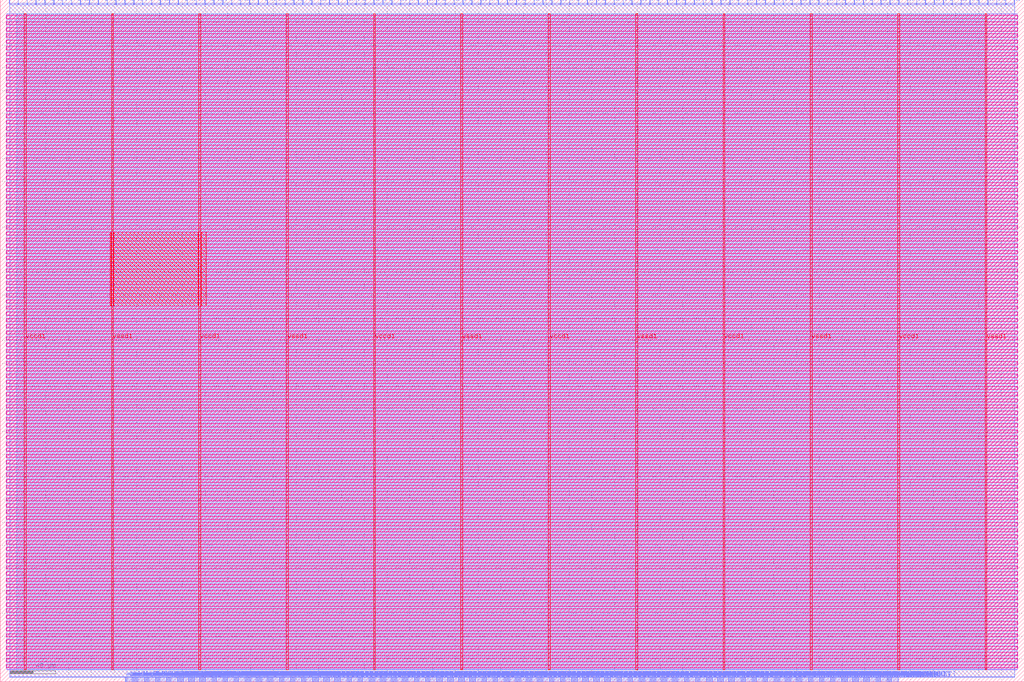
<source format=lef>
VERSION 5.7 ;
  NOWIREEXTENSIONATPIN ON ;
  DIVIDERCHAR "/" ;
  BUSBITCHARS "[]" ;
MACRO user_proj_example
  CLASS BLOCK ;
  FOREIGN user_proj_example ;
  ORIGIN 0.000 0.000 ;
  SIZE 900.000 BY 600.000 ;
  PIN io_in[0]
    DIRECTION INPUT ;
    USE SIGNAL ;
    PORT
      LAYER met2 ;
        RECT 7.910 596.000 8.190 600.000 ;
    END
  END io_in[0]
  PIN io_in[10]
    DIRECTION INPUT ;
    USE SIGNAL ;
    PORT
      LAYER met2 ;
        RECT 242.510 596.000 242.790 600.000 ;
    END
  END io_in[10]
  PIN io_in[11]
    DIRECTION INPUT ;
    USE SIGNAL ;
    PORT
      LAYER met2 ;
        RECT 265.970 596.000 266.250 600.000 ;
    END
  END io_in[11]
  PIN io_in[12]
    DIRECTION INPUT ;
    USE SIGNAL ;
    PORT
      LAYER met2 ;
        RECT 289.430 596.000 289.710 600.000 ;
    END
  END io_in[12]
  PIN io_in[13]
    DIRECTION INPUT ;
    USE SIGNAL ;
    PORT
      LAYER met2 ;
        RECT 312.890 596.000 313.170 600.000 ;
    END
  END io_in[13]
  PIN io_in[14]
    DIRECTION INPUT ;
    USE SIGNAL ;
    PORT
      LAYER met2 ;
        RECT 336.350 596.000 336.630 600.000 ;
    END
  END io_in[14]
  PIN io_in[15]
    DIRECTION INPUT ;
    USE SIGNAL ;
    PORT
      LAYER met2 ;
        RECT 359.810 596.000 360.090 600.000 ;
    END
  END io_in[15]
  PIN io_in[16]
    DIRECTION INPUT ;
    USE SIGNAL ;
    PORT
      LAYER met2 ;
        RECT 383.270 596.000 383.550 600.000 ;
    END
  END io_in[16]
  PIN io_in[17]
    DIRECTION INPUT ;
    USE SIGNAL ;
    PORT
      LAYER met2 ;
        RECT 406.730 596.000 407.010 600.000 ;
    END
  END io_in[17]
  PIN io_in[18]
    DIRECTION INPUT ;
    USE SIGNAL ;
    PORT
      LAYER met2 ;
        RECT 430.190 596.000 430.470 600.000 ;
    END
  END io_in[18]
  PIN io_in[19]
    DIRECTION INPUT ;
    USE SIGNAL ;
    PORT
      LAYER met2 ;
        RECT 453.650 596.000 453.930 600.000 ;
    END
  END io_in[19]
  PIN io_in[1]
    DIRECTION INPUT ;
    USE SIGNAL ;
    PORT
      LAYER met2 ;
        RECT 31.370 596.000 31.650 600.000 ;
    END
  END io_in[1]
  PIN io_in[20]
    DIRECTION INPUT ;
    USE SIGNAL ;
    PORT
      LAYER met2 ;
        RECT 477.110 596.000 477.390 600.000 ;
    END
  END io_in[20]
  PIN io_in[21]
    DIRECTION INPUT ;
    USE SIGNAL ;
    PORT
      LAYER met2 ;
        RECT 500.570 596.000 500.850 600.000 ;
    END
  END io_in[21]
  PIN io_in[22]
    DIRECTION INPUT ;
    USE SIGNAL ;
    PORT
      LAYER met2 ;
        RECT 524.030 596.000 524.310 600.000 ;
    END
  END io_in[22]
  PIN io_in[23]
    DIRECTION INPUT ;
    USE SIGNAL ;
    PORT
      LAYER met2 ;
        RECT 547.490 596.000 547.770 600.000 ;
    END
  END io_in[23]
  PIN io_in[24]
    DIRECTION INPUT ;
    USE SIGNAL ;
    PORT
      LAYER met2 ;
        RECT 570.950 596.000 571.230 600.000 ;
    END
  END io_in[24]
  PIN io_in[25]
    DIRECTION INPUT ;
    USE SIGNAL ;
    PORT
      LAYER met2 ;
        RECT 594.410 596.000 594.690 600.000 ;
    END
  END io_in[25]
  PIN io_in[26]
    DIRECTION INPUT ;
    USE SIGNAL ;
    PORT
      LAYER met2 ;
        RECT 617.870 596.000 618.150 600.000 ;
    END
  END io_in[26]
  PIN io_in[27]
    DIRECTION INPUT ;
    USE SIGNAL ;
    PORT
      LAYER met2 ;
        RECT 641.330 596.000 641.610 600.000 ;
    END
  END io_in[27]
  PIN io_in[28]
    DIRECTION INPUT ;
    USE SIGNAL ;
    PORT
      LAYER met2 ;
        RECT 664.790 596.000 665.070 600.000 ;
    END
  END io_in[28]
  PIN io_in[29]
    DIRECTION INPUT ;
    USE SIGNAL ;
    PORT
      LAYER met2 ;
        RECT 688.250 596.000 688.530 600.000 ;
    END
  END io_in[29]
  PIN io_in[2]
    DIRECTION INPUT ;
    USE SIGNAL ;
    PORT
      LAYER met2 ;
        RECT 54.830 596.000 55.110 600.000 ;
    END
  END io_in[2]
  PIN io_in[30]
    DIRECTION INPUT ;
    USE SIGNAL ;
    PORT
      LAYER met2 ;
        RECT 711.710 596.000 711.990 600.000 ;
    END
  END io_in[30]
  PIN io_in[31]
    DIRECTION INPUT ;
    USE SIGNAL ;
    PORT
      LAYER met2 ;
        RECT 735.170 596.000 735.450 600.000 ;
    END
  END io_in[31]
  PIN io_in[32]
    DIRECTION INPUT ;
    USE SIGNAL ;
    PORT
      LAYER met2 ;
        RECT 758.630 596.000 758.910 600.000 ;
    END
  END io_in[32]
  PIN io_in[33]
    DIRECTION INPUT ;
    USE SIGNAL ;
    PORT
      LAYER met2 ;
        RECT 782.090 596.000 782.370 600.000 ;
    END
  END io_in[33]
  PIN io_in[34]
    DIRECTION INPUT ;
    USE SIGNAL ;
    PORT
      LAYER met2 ;
        RECT 805.550 596.000 805.830 600.000 ;
    END
  END io_in[34]
  PIN io_in[35]
    DIRECTION INPUT ;
    USE SIGNAL ;
    PORT
      LAYER met2 ;
        RECT 829.010 596.000 829.290 600.000 ;
    END
  END io_in[35]
  PIN io_in[36]
    DIRECTION INPUT ;
    USE SIGNAL ;
    PORT
      LAYER met2 ;
        RECT 852.470 596.000 852.750 600.000 ;
    END
  END io_in[36]
  PIN io_in[37]
    DIRECTION INPUT ;
    USE SIGNAL ;
    PORT
      LAYER met2 ;
        RECT 875.930 596.000 876.210 600.000 ;
    END
  END io_in[37]
  PIN io_in[3]
    DIRECTION INPUT ;
    USE SIGNAL ;
    PORT
      LAYER met2 ;
        RECT 78.290 596.000 78.570 600.000 ;
    END
  END io_in[3]
  PIN io_in[4]
    DIRECTION INPUT ;
    USE SIGNAL ;
    PORT
      LAYER met2 ;
        RECT 101.750 596.000 102.030 600.000 ;
    END
  END io_in[4]
  PIN io_in[5]
    DIRECTION INPUT ;
    USE SIGNAL ;
    PORT
      LAYER met2 ;
        RECT 125.210 596.000 125.490 600.000 ;
    END
  END io_in[5]
  PIN io_in[6]
    DIRECTION INPUT ;
    USE SIGNAL ;
    PORT
      LAYER met2 ;
        RECT 148.670 596.000 148.950 600.000 ;
    END
  END io_in[6]
  PIN io_in[7]
    DIRECTION INPUT ;
    USE SIGNAL ;
    PORT
      LAYER met2 ;
        RECT 172.130 596.000 172.410 600.000 ;
    END
  END io_in[7]
  PIN io_in[8]
    DIRECTION INPUT ;
    USE SIGNAL ;
    PORT
      LAYER met2 ;
        RECT 195.590 596.000 195.870 600.000 ;
    END
  END io_in[8]
  PIN io_in[9]
    DIRECTION INPUT ;
    USE SIGNAL ;
    PORT
      LAYER met2 ;
        RECT 219.050 596.000 219.330 600.000 ;
    END
  END io_in[9]
  PIN io_oeb[0]
    DIRECTION OUTPUT TRISTATE ;
    USE SIGNAL ;
    PORT
      LAYER met2 ;
        RECT 15.730 596.000 16.010 600.000 ;
    END
  END io_oeb[0]
  PIN io_oeb[10]
    DIRECTION OUTPUT TRISTATE ;
    USE SIGNAL ;
    PORT
      LAYER met2 ;
        RECT 250.330 596.000 250.610 600.000 ;
    END
  END io_oeb[10]
  PIN io_oeb[11]
    DIRECTION OUTPUT TRISTATE ;
    USE SIGNAL ;
    PORT
      LAYER met2 ;
        RECT 273.790 596.000 274.070 600.000 ;
    END
  END io_oeb[11]
  PIN io_oeb[12]
    DIRECTION OUTPUT TRISTATE ;
    USE SIGNAL ;
    PORT
      LAYER met2 ;
        RECT 297.250 596.000 297.530 600.000 ;
    END
  END io_oeb[12]
  PIN io_oeb[13]
    DIRECTION OUTPUT TRISTATE ;
    USE SIGNAL ;
    PORT
      LAYER met2 ;
        RECT 320.710 596.000 320.990 600.000 ;
    END
  END io_oeb[13]
  PIN io_oeb[14]
    DIRECTION OUTPUT TRISTATE ;
    USE SIGNAL ;
    PORT
      LAYER met2 ;
        RECT 344.170 596.000 344.450 600.000 ;
    END
  END io_oeb[14]
  PIN io_oeb[15]
    DIRECTION OUTPUT TRISTATE ;
    USE SIGNAL ;
    PORT
      LAYER met2 ;
        RECT 367.630 596.000 367.910 600.000 ;
    END
  END io_oeb[15]
  PIN io_oeb[16]
    DIRECTION OUTPUT TRISTATE ;
    USE SIGNAL ;
    PORT
      LAYER met2 ;
        RECT 391.090 596.000 391.370 600.000 ;
    END
  END io_oeb[16]
  PIN io_oeb[17]
    DIRECTION OUTPUT TRISTATE ;
    USE SIGNAL ;
    PORT
      LAYER met2 ;
        RECT 414.550 596.000 414.830 600.000 ;
    END
  END io_oeb[17]
  PIN io_oeb[18]
    DIRECTION OUTPUT TRISTATE ;
    USE SIGNAL ;
    PORT
      LAYER met2 ;
        RECT 438.010 596.000 438.290 600.000 ;
    END
  END io_oeb[18]
  PIN io_oeb[19]
    DIRECTION OUTPUT TRISTATE ;
    USE SIGNAL ;
    PORT
      LAYER met2 ;
        RECT 461.470 596.000 461.750 600.000 ;
    END
  END io_oeb[19]
  PIN io_oeb[1]
    DIRECTION OUTPUT TRISTATE ;
    USE SIGNAL ;
    PORT
      LAYER met2 ;
        RECT 39.190 596.000 39.470 600.000 ;
    END
  END io_oeb[1]
  PIN io_oeb[20]
    DIRECTION OUTPUT TRISTATE ;
    USE SIGNAL ;
    PORT
      LAYER met2 ;
        RECT 484.930 596.000 485.210 600.000 ;
    END
  END io_oeb[20]
  PIN io_oeb[21]
    DIRECTION OUTPUT TRISTATE ;
    USE SIGNAL ;
    PORT
      LAYER met2 ;
        RECT 508.390 596.000 508.670 600.000 ;
    END
  END io_oeb[21]
  PIN io_oeb[22]
    DIRECTION OUTPUT TRISTATE ;
    USE SIGNAL ;
    PORT
      LAYER met2 ;
        RECT 531.850 596.000 532.130 600.000 ;
    END
  END io_oeb[22]
  PIN io_oeb[23]
    DIRECTION OUTPUT TRISTATE ;
    USE SIGNAL ;
    PORT
      LAYER met2 ;
        RECT 555.310 596.000 555.590 600.000 ;
    END
  END io_oeb[23]
  PIN io_oeb[24]
    DIRECTION OUTPUT TRISTATE ;
    USE SIGNAL ;
    PORT
      LAYER met2 ;
        RECT 578.770 596.000 579.050 600.000 ;
    END
  END io_oeb[24]
  PIN io_oeb[25]
    DIRECTION OUTPUT TRISTATE ;
    USE SIGNAL ;
    PORT
      LAYER met2 ;
        RECT 602.230 596.000 602.510 600.000 ;
    END
  END io_oeb[25]
  PIN io_oeb[26]
    DIRECTION OUTPUT TRISTATE ;
    USE SIGNAL ;
    PORT
      LAYER met2 ;
        RECT 625.690 596.000 625.970 600.000 ;
    END
  END io_oeb[26]
  PIN io_oeb[27]
    DIRECTION OUTPUT TRISTATE ;
    USE SIGNAL ;
    PORT
      LAYER met2 ;
        RECT 649.150 596.000 649.430 600.000 ;
    END
  END io_oeb[27]
  PIN io_oeb[28]
    DIRECTION OUTPUT TRISTATE ;
    USE SIGNAL ;
    PORT
      LAYER met2 ;
        RECT 672.610 596.000 672.890 600.000 ;
    END
  END io_oeb[28]
  PIN io_oeb[29]
    DIRECTION OUTPUT TRISTATE ;
    USE SIGNAL ;
    PORT
      LAYER met2 ;
        RECT 696.070 596.000 696.350 600.000 ;
    END
  END io_oeb[29]
  PIN io_oeb[2]
    DIRECTION OUTPUT TRISTATE ;
    USE SIGNAL ;
    PORT
      LAYER met2 ;
        RECT 62.650 596.000 62.930 600.000 ;
    END
  END io_oeb[2]
  PIN io_oeb[30]
    DIRECTION OUTPUT TRISTATE ;
    USE SIGNAL ;
    PORT
      LAYER met2 ;
        RECT 719.530 596.000 719.810 600.000 ;
    END
  END io_oeb[30]
  PIN io_oeb[31]
    DIRECTION OUTPUT TRISTATE ;
    USE SIGNAL ;
    PORT
      LAYER met2 ;
        RECT 742.990 596.000 743.270 600.000 ;
    END
  END io_oeb[31]
  PIN io_oeb[32]
    DIRECTION OUTPUT TRISTATE ;
    USE SIGNAL ;
    PORT
      LAYER met2 ;
        RECT 766.450 596.000 766.730 600.000 ;
    END
  END io_oeb[32]
  PIN io_oeb[33]
    DIRECTION OUTPUT TRISTATE ;
    USE SIGNAL ;
    PORT
      LAYER met2 ;
        RECT 789.910 596.000 790.190 600.000 ;
    END
  END io_oeb[33]
  PIN io_oeb[34]
    DIRECTION OUTPUT TRISTATE ;
    USE SIGNAL ;
    PORT
      LAYER met2 ;
        RECT 813.370 596.000 813.650 600.000 ;
    END
  END io_oeb[34]
  PIN io_oeb[35]
    DIRECTION OUTPUT TRISTATE ;
    USE SIGNAL ;
    PORT
      LAYER met2 ;
        RECT 836.830 596.000 837.110 600.000 ;
    END
  END io_oeb[35]
  PIN io_oeb[36]
    DIRECTION OUTPUT TRISTATE ;
    USE SIGNAL ;
    PORT
      LAYER met2 ;
        RECT 860.290 596.000 860.570 600.000 ;
    END
  END io_oeb[36]
  PIN io_oeb[37]
    DIRECTION OUTPUT TRISTATE ;
    USE SIGNAL ;
    PORT
      LAYER met2 ;
        RECT 883.750 596.000 884.030 600.000 ;
    END
  END io_oeb[37]
  PIN io_oeb[3]
    DIRECTION OUTPUT TRISTATE ;
    USE SIGNAL ;
    PORT
      LAYER met2 ;
        RECT 86.110 596.000 86.390 600.000 ;
    END
  END io_oeb[3]
  PIN io_oeb[4]
    DIRECTION OUTPUT TRISTATE ;
    USE SIGNAL ;
    PORT
      LAYER met2 ;
        RECT 109.570 596.000 109.850 600.000 ;
    END
  END io_oeb[4]
  PIN io_oeb[5]
    DIRECTION OUTPUT TRISTATE ;
    USE SIGNAL ;
    PORT
      LAYER met2 ;
        RECT 133.030 596.000 133.310 600.000 ;
    END
  END io_oeb[5]
  PIN io_oeb[6]
    DIRECTION OUTPUT TRISTATE ;
    USE SIGNAL ;
    PORT
      LAYER met2 ;
        RECT 156.490 596.000 156.770 600.000 ;
    END
  END io_oeb[6]
  PIN io_oeb[7]
    DIRECTION OUTPUT TRISTATE ;
    USE SIGNAL ;
    PORT
      LAYER met2 ;
        RECT 179.950 596.000 180.230 600.000 ;
    END
  END io_oeb[7]
  PIN io_oeb[8]
    DIRECTION OUTPUT TRISTATE ;
    USE SIGNAL ;
    PORT
      LAYER met2 ;
        RECT 203.410 596.000 203.690 600.000 ;
    END
  END io_oeb[8]
  PIN io_oeb[9]
    DIRECTION OUTPUT TRISTATE ;
    USE SIGNAL ;
    PORT
      LAYER met2 ;
        RECT 226.870 596.000 227.150 600.000 ;
    END
  END io_oeb[9]
  PIN io_out[0]
    DIRECTION OUTPUT TRISTATE ;
    USE SIGNAL ;
    PORT
      LAYER met2 ;
        RECT 23.550 596.000 23.830 600.000 ;
    END
  END io_out[0]
  PIN io_out[10]
    DIRECTION OUTPUT TRISTATE ;
    USE SIGNAL ;
    PORT
      LAYER met2 ;
        RECT 258.150 596.000 258.430 600.000 ;
    END
  END io_out[10]
  PIN io_out[11]
    DIRECTION OUTPUT TRISTATE ;
    USE SIGNAL ;
    PORT
      LAYER met2 ;
        RECT 281.610 596.000 281.890 600.000 ;
    END
  END io_out[11]
  PIN io_out[12]
    DIRECTION OUTPUT TRISTATE ;
    USE SIGNAL ;
    PORT
      LAYER met2 ;
        RECT 305.070 596.000 305.350 600.000 ;
    END
  END io_out[12]
  PIN io_out[13]
    DIRECTION OUTPUT TRISTATE ;
    USE SIGNAL ;
    PORT
      LAYER met2 ;
        RECT 328.530 596.000 328.810 600.000 ;
    END
  END io_out[13]
  PIN io_out[14]
    DIRECTION OUTPUT TRISTATE ;
    USE SIGNAL ;
    PORT
      LAYER met2 ;
        RECT 351.990 596.000 352.270 600.000 ;
    END
  END io_out[14]
  PIN io_out[15]
    DIRECTION OUTPUT TRISTATE ;
    USE SIGNAL ;
    PORT
      LAYER met2 ;
        RECT 375.450 596.000 375.730 600.000 ;
    END
  END io_out[15]
  PIN io_out[16]
    DIRECTION OUTPUT TRISTATE ;
    USE SIGNAL ;
    PORT
      LAYER met2 ;
        RECT 398.910 596.000 399.190 600.000 ;
    END
  END io_out[16]
  PIN io_out[17]
    DIRECTION OUTPUT TRISTATE ;
    USE SIGNAL ;
    PORT
      LAYER met2 ;
        RECT 422.370 596.000 422.650 600.000 ;
    END
  END io_out[17]
  PIN io_out[18]
    DIRECTION OUTPUT TRISTATE ;
    USE SIGNAL ;
    PORT
      LAYER met2 ;
        RECT 445.830 596.000 446.110 600.000 ;
    END
  END io_out[18]
  PIN io_out[19]
    DIRECTION OUTPUT TRISTATE ;
    USE SIGNAL ;
    PORT
      LAYER met2 ;
        RECT 469.290 596.000 469.570 600.000 ;
    END
  END io_out[19]
  PIN io_out[1]
    DIRECTION OUTPUT TRISTATE ;
    USE SIGNAL ;
    PORT
      LAYER met2 ;
        RECT 47.010 596.000 47.290 600.000 ;
    END
  END io_out[1]
  PIN io_out[20]
    DIRECTION OUTPUT TRISTATE ;
    USE SIGNAL ;
    PORT
      LAYER met2 ;
        RECT 492.750 596.000 493.030 600.000 ;
    END
  END io_out[20]
  PIN io_out[21]
    DIRECTION OUTPUT TRISTATE ;
    USE SIGNAL ;
    PORT
      LAYER met2 ;
        RECT 516.210 596.000 516.490 600.000 ;
    END
  END io_out[21]
  PIN io_out[22]
    DIRECTION OUTPUT TRISTATE ;
    USE SIGNAL ;
    PORT
      LAYER met2 ;
        RECT 539.670 596.000 539.950 600.000 ;
    END
  END io_out[22]
  PIN io_out[23]
    DIRECTION OUTPUT TRISTATE ;
    USE SIGNAL ;
    PORT
      LAYER met2 ;
        RECT 563.130 596.000 563.410 600.000 ;
    END
  END io_out[23]
  PIN io_out[24]
    DIRECTION OUTPUT TRISTATE ;
    USE SIGNAL ;
    PORT
      LAYER met2 ;
        RECT 586.590 596.000 586.870 600.000 ;
    END
  END io_out[24]
  PIN io_out[25]
    DIRECTION OUTPUT TRISTATE ;
    USE SIGNAL ;
    PORT
      LAYER met2 ;
        RECT 610.050 596.000 610.330 600.000 ;
    END
  END io_out[25]
  PIN io_out[26]
    DIRECTION OUTPUT TRISTATE ;
    USE SIGNAL ;
    PORT
      LAYER met2 ;
        RECT 633.510 596.000 633.790 600.000 ;
    END
  END io_out[26]
  PIN io_out[27]
    DIRECTION OUTPUT TRISTATE ;
    USE SIGNAL ;
    PORT
      LAYER met2 ;
        RECT 656.970 596.000 657.250 600.000 ;
    END
  END io_out[27]
  PIN io_out[28]
    DIRECTION OUTPUT TRISTATE ;
    USE SIGNAL ;
    PORT
      LAYER met2 ;
        RECT 680.430 596.000 680.710 600.000 ;
    END
  END io_out[28]
  PIN io_out[29]
    DIRECTION OUTPUT TRISTATE ;
    USE SIGNAL ;
    PORT
      LAYER met2 ;
        RECT 703.890 596.000 704.170 600.000 ;
    END
  END io_out[29]
  PIN io_out[2]
    DIRECTION OUTPUT TRISTATE ;
    USE SIGNAL ;
    PORT
      LAYER met2 ;
        RECT 70.470 596.000 70.750 600.000 ;
    END
  END io_out[2]
  PIN io_out[30]
    DIRECTION OUTPUT TRISTATE ;
    USE SIGNAL ;
    PORT
      LAYER met2 ;
        RECT 727.350 596.000 727.630 600.000 ;
    END
  END io_out[30]
  PIN io_out[31]
    DIRECTION OUTPUT TRISTATE ;
    USE SIGNAL ;
    PORT
      LAYER met2 ;
        RECT 750.810 596.000 751.090 600.000 ;
    END
  END io_out[31]
  PIN io_out[32]
    DIRECTION OUTPUT TRISTATE ;
    USE SIGNAL ;
    PORT
      LAYER met2 ;
        RECT 774.270 596.000 774.550 600.000 ;
    END
  END io_out[32]
  PIN io_out[33]
    DIRECTION OUTPUT TRISTATE ;
    USE SIGNAL ;
    PORT
      LAYER met2 ;
        RECT 797.730 596.000 798.010 600.000 ;
    END
  END io_out[33]
  PIN io_out[34]
    DIRECTION OUTPUT TRISTATE ;
    USE SIGNAL ;
    PORT
      LAYER met2 ;
        RECT 821.190 596.000 821.470 600.000 ;
    END
  END io_out[34]
  PIN io_out[35]
    DIRECTION OUTPUT TRISTATE ;
    USE SIGNAL ;
    PORT
      LAYER met2 ;
        RECT 844.650 596.000 844.930 600.000 ;
    END
  END io_out[35]
  PIN io_out[36]
    DIRECTION OUTPUT TRISTATE ;
    USE SIGNAL ;
    PORT
      LAYER met2 ;
        RECT 868.110 596.000 868.390 600.000 ;
    END
  END io_out[36]
  PIN io_out[37]
    DIRECTION OUTPUT TRISTATE ;
    USE SIGNAL ;
    PORT
      LAYER met2 ;
        RECT 891.570 596.000 891.850 600.000 ;
    END
  END io_out[37]
  PIN io_out[3]
    DIRECTION OUTPUT TRISTATE ;
    USE SIGNAL ;
    PORT
      LAYER met2 ;
        RECT 93.930 596.000 94.210 600.000 ;
    END
  END io_out[3]
  PIN io_out[4]
    DIRECTION OUTPUT TRISTATE ;
    USE SIGNAL ;
    PORT
      LAYER met2 ;
        RECT 117.390 596.000 117.670 600.000 ;
    END
  END io_out[4]
  PIN io_out[5]
    DIRECTION OUTPUT TRISTATE ;
    USE SIGNAL ;
    PORT
      LAYER met2 ;
        RECT 140.850 596.000 141.130 600.000 ;
    END
  END io_out[5]
  PIN io_out[6]
    DIRECTION OUTPUT TRISTATE ;
    USE SIGNAL ;
    PORT
      LAYER met2 ;
        RECT 164.310 596.000 164.590 600.000 ;
    END
  END io_out[6]
  PIN io_out[7]
    DIRECTION OUTPUT TRISTATE ;
    USE SIGNAL ;
    PORT
      LAYER met2 ;
        RECT 187.770 596.000 188.050 600.000 ;
    END
  END io_out[7]
  PIN io_out[8]
    DIRECTION OUTPUT TRISTATE ;
    USE SIGNAL ;
    PORT
      LAYER met2 ;
        RECT 211.230 596.000 211.510 600.000 ;
    END
  END io_out[8]
  PIN io_out[9]
    DIRECTION OUTPUT TRISTATE ;
    USE SIGNAL ;
    PORT
      LAYER met2 ;
        RECT 234.690 596.000 234.970 600.000 ;
    END
  END io_out[9]
  PIN irq[0]
    DIRECTION OUTPUT TRISTATE ;
    USE SIGNAL ;
    PORT
      LAYER met2 ;
        RECT 786.230 0.000 786.510 4.000 ;
    END
  END irq[0]
  PIN irq[1]
    DIRECTION OUTPUT TRISTATE ;
    USE SIGNAL ;
    PORT
      LAYER met2 ;
        RECT 787.610 0.000 787.890 4.000 ;
    END
  END irq[1]
  PIN irq[2]
    DIRECTION OUTPUT TRISTATE ;
    USE SIGNAL ;
    PORT
      LAYER met2 ;
        RECT 788.990 0.000 789.270 4.000 ;
    END
  END irq[2]
  PIN la_data_in[0]
    DIRECTION INPUT ;
    USE SIGNAL ;
    PORT
      LAYER met2 ;
        RECT 256.310 0.000 256.590 4.000 ;
    END
  END la_data_in[0]
  PIN la_data_in[100]
    DIRECTION INPUT ;
    USE SIGNAL ;
    PORT
      LAYER met2 ;
        RECT 670.310 0.000 670.590 4.000 ;
    END
  END la_data_in[100]
  PIN la_data_in[101]
    DIRECTION INPUT ;
    USE SIGNAL ;
    PORT
      LAYER met2 ;
        RECT 674.450 0.000 674.730 4.000 ;
    END
  END la_data_in[101]
  PIN la_data_in[102]
    DIRECTION INPUT ;
    USE SIGNAL ;
    PORT
      LAYER met2 ;
        RECT 678.590 0.000 678.870 4.000 ;
    END
  END la_data_in[102]
  PIN la_data_in[103]
    DIRECTION INPUT ;
    USE SIGNAL ;
    PORT
      LAYER met2 ;
        RECT 682.730 0.000 683.010 4.000 ;
    END
  END la_data_in[103]
  PIN la_data_in[104]
    DIRECTION INPUT ;
    USE SIGNAL ;
    PORT
      LAYER met2 ;
        RECT 686.870 0.000 687.150 4.000 ;
    END
  END la_data_in[104]
  PIN la_data_in[105]
    DIRECTION INPUT ;
    USE SIGNAL ;
    PORT
      LAYER met2 ;
        RECT 691.010 0.000 691.290 4.000 ;
    END
  END la_data_in[105]
  PIN la_data_in[106]
    DIRECTION INPUT ;
    USE SIGNAL ;
    PORT
      LAYER met2 ;
        RECT 695.150 0.000 695.430 4.000 ;
    END
  END la_data_in[106]
  PIN la_data_in[107]
    DIRECTION INPUT ;
    USE SIGNAL ;
    PORT
      LAYER met2 ;
        RECT 699.290 0.000 699.570 4.000 ;
    END
  END la_data_in[107]
  PIN la_data_in[108]
    DIRECTION INPUT ;
    USE SIGNAL ;
    PORT
      LAYER met2 ;
        RECT 703.430 0.000 703.710 4.000 ;
    END
  END la_data_in[108]
  PIN la_data_in[109]
    DIRECTION INPUT ;
    USE SIGNAL ;
    PORT
      LAYER met2 ;
        RECT 707.570 0.000 707.850 4.000 ;
    END
  END la_data_in[109]
  PIN la_data_in[10]
    DIRECTION INPUT ;
    USE SIGNAL ;
    PORT
      LAYER met2 ;
        RECT 297.710 0.000 297.990 4.000 ;
    END
  END la_data_in[10]
  PIN la_data_in[110]
    DIRECTION INPUT ;
    USE SIGNAL ;
    PORT
      LAYER met2 ;
        RECT 711.710 0.000 711.990 4.000 ;
    END
  END la_data_in[110]
  PIN la_data_in[111]
    DIRECTION INPUT ;
    USE SIGNAL ;
    PORT
      LAYER met2 ;
        RECT 715.850 0.000 716.130 4.000 ;
    END
  END la_data_in[111]
  PIN la_data_in[112]
    DIRECTION INPUT ;
    USE SIGNAL ;
    PORT
      LAYER met2 ;
        RECT 719.990 0.000 720.270 4.000 ;
    END
  END la_data_in[112]
  PIN la_data_in[113]
    DIRECTION INPUT ;
    USE SIGNAL ;
    PORT
      LAYER met2 ;
        RECT 724.130 0.000 724.410 4.000 ;
    END
  END la_data_in[113]
  PIN la_data_in[114]
    DIRECTION INPUT ;
    USE SIGNAL ;
    PORT
      LAYER met2 ;
        RECT 728.270 0.000 728.550 4.000 ;
    END
  END la_data_in[114]
  PIN la_data_in[115]
    DIRECTION INPUT ;
    USE SIGNAL ;
    PORT
      LAYER met2 ;
        RECT 732.410 0.000 732.690 4.000 ;
    END
  END la_data_in[115]
  PIN la_data_in[116]
    DIRECTION INPUT ;
    USE SIGNAL ;
    PORT
      LAYER met2 ;
        RECT 736.550 0.000 736.830 4.000 ;
    END
  END la_data_in[116]
  PIN la_data_in[117]
    DIRECTION INPUT ;
    USE SIGNAL ;
    PORT
      LAYER met2 ;
        RECT 740.690 0.000 740.970 4.000 ;
    END
  END la_data_in[117]
  PIN la_data_in[118]
    DIRECTION INPUT ;
    USE SIGNAL ;
    PORT
      LAYER met2 ;
        RECT 744.830 0.000 745.110 4.000 ;
    END
  END la_data_in[118]
  PIN la_data_in[119]
    DIRECTION INPUT ;
    USE SIGNAL ;
    PORT
      LAYER met2 ;
        RECT 748.970 0.000 749.250 4.000 ;
    END
  END la_data_in[119]
  PIN la_data_in[11]
    DIRECTION INPUT ;
    USE SIGNAL ;
    PORT
      LAYER met2 ;
        RECT 301.850 0.000 302.130 4.000 ;
    END
  END la_data_in[11]
  PIN la_data_in[120]
    DIRECTION INPUT ;
    USE SIGNAL ;
    PORT
      LAYER met2 ;
        RECT 753.110 0.000 753.390 4.000 ;
    END
  END la_data_in[120]
  PIN la_data_in[121]
    DIRECTION INPUT ;
    USE SIGNAL ;
    PORT
      LAYER met2 ;
        RECT 757.250 0.000 757.530 4.000 ;
    END
  END la_data_in[121]
  PIN la_data_in[122]
    DIRECTION INPUT ;
    USE SIGNAL ;
    PORT
      LAYER met2 ;
        RECT 761.390 0.000 761.670 4.000 ;
    END
  END la_data_in[122]
  PIN la_data_in[123]
    DIRECTION INPUT ;
    USE SIGNAL ;
    PORT
      LAYER met2 ;
        RECT 765.530 0.000 765.810 4.000 ;
    END
  END la_data_in[123]
  PIN la_data_in[124]
    DIRECTION INPUT ;
    USE SIGNAL ;
    PORT
      LAYER met2 ;
        RECT 769.670 0.000 769.950 4.000 ;
    END
  END la_data_in[124]
  PIN la_data_in[125]
    DIRECTION INPUT ;
    USE SIGNAL ;
    PORT
      LAYER met2 ;
        RECT 773.810 0.000 774.090 4.000 ;
    END
  END la_data_in[125]
  PIN la_data_in[126]
    DIRECTION INPUT ;
    USE SIGNAL ;
    PORT
      LAYER met2 ;
        RECT 777.950 0.000 778.230 4.000 ;
    END
  END la_data_in[126]
  PIN la_data_in[127]
    DIRECTION INPUT ;
    USE SIGNAL ;
    PORT
      LAYER met2 ;
        RECT 782.090 0.000 782.370 4.000 ;
    END
  END la_data_in[127]
  PIN la_data_in[12]
    DIRECTION INPUT ;
    USE SIGNAL ;
    PORT
      LAYER met2 ;
        RECT 305.990 0.000 306.270 4.000 ;
    END
  END la_data_in[12]
  PIN la_data_in[13]
    DIRECTION INPUT ;
    USE SIGNAL ;
    PORT
      LAYER met2 ;
        RECT 310.130 0.000 310.410 4.000 ;
    END
  END la_data_in[13]
  PIN la_data_in[14]
    DIRECTION INPUT ;
    USE SIGNAL ;
    PORT
      LAYER met2 ;
        RECT 314.270 0.000 314.550 4.000 ;
    END
  END la_data_in[14]
  PIN la_data_in[15]
    DIRECTION INPUT ;
    USE SIGNAL ;
    PORT
      LAYER met2 ;
        RECT 318.410 0.000 318.690 4.000 ;
    END
  END la_data_in[15]
  PIN la_data_in[16]
    DIRECTION INPUT ;
    USE SIGNAL ;
    PORT
      LAYER met2 ;
        RECT 322.550 0.000 322.830 4.000 ;
    END
  END la_data_in[16]
  PIN la_data_in[17]
    DIRECTION INPUT ;
    USE SIGNAL ;
    PORT
      LAYER met2 ;
        RECT 326.690 0.000 326.970 4.000 ;
    END
  END la_data_in[17]
  PIN la_data_in[18]
    DIRECTION INPUT ;
    USE SIGNAL ;
    PORT
      LAYER met2 ;
        RECT 330.830 0.000 331.110 4.000 ;
    END
  END la_data_in[18]
  PIN la_data_in[19]
    DIRECTION INPUT ;
    USE SIGNAL ;
    PORT
      LAYER met2 ;
        RECT 334.970 0.000 335.250 4.000 ;
    END
  END la_data_in[19]
  PIN la_data_in[1]
    DIRECTION INPUT ;
    USE SIGNAL ;
    PORT
      LAYER met2 ;
        RECT 260.450 0.000 260.730 4.000 ;
    END
  END la_data_in[1]
  PIN la_data_in[20]
    DIRECTION INPUT ;
    USE SIGNAL ;
    PORT
      LAYER met2 ;
        RECT 339.110 0.000 339.390 4.000 ;
    END
  END la_data_in[20]
  PIN la_data_in[21]
    DIRECTION INPUT ;
    USE SIGNAL ;
    PORT
      LAYER met2 ;
        RECT 343.250 0.000 343.530 4.000 ;
    END
  END la_data_in[21]
  PIN la_data_in[22]
    DIRECTION INPUT ;
    USE SIGNAL ;
    PORT
      LAYER met2 ;
        RECT 347.390 0.000 347.670 4.000 ;
    END
  END la_data_in[22]
  PIN la_data_in[23]
    DIRECTION INPUT ;
    USE SIGNAL ;
    PORT
      LAYER met2 ;
        RECT 351.530 0.000 351.810 4.000 ;
    END
  END la_data_in[23]
  PIN la_data_in[24]
    DIRECTION INPUT ;
    USE SIGNAL ;
    PORT
      LAYER met2 ;
        RECT 355.670 0.000 355.950 4.000 ;
    END
  END la_data_in[24]
  PIN la_data_in[25]
    DIRECTION INPUT ;
    USE SIGNAL ;
    PORT
      LAYER met2 ;
        RECT 359.810 0.000 360.090 4.000 ;
    END
  END la_data_in[25]
  PIN la_data_in[26]
    DIRECTION INPUT ;
    USE SIGNAL ;
    PORT
      LAYER met2 ;
        RECT 363.950 0.000 364.230 4.000 ;
    END
  END la_data_in[26]
  PIN la_data_in[27]
    DIRECTION INPUT ;
    USE SIGNAL ;
    PORT
      LAYER met2 ;
        RECT 368.090 0.000 368.370 4.000 ;
    END
  END la_data_in[27]
  PIN la_data_in[28]
    DIRECTION INPUT ;
    USE SIGNAL ;
    PORT
      LAYER met2 ;
        RECT 372.230 0.000 372.510 4.000 ;
    END
  END la_data_in[28]
  PIN la_data_in[29]
    DIRECTION INPUT ;
    USE SIGNAL ;
    PORT
      LAYER met2 ;
        RECT 376.370 0.000 376.650 4.000 ;
    END
  END la_data_in[29]
  PIN la_data_in[2]
    DIRECTION INPUT ;
    USE SIGNAL ;
    PORT
      LAYER met2 ;
        RECT 264.590 0.000 264.870 4.000 ;
    END
  END la_data_in[2]
  PIN la_data_in[30]
    DIRECTION INPUT ;
    USE SIGNAL ;
    PORT
      LAYER met2 ;
        RECT 380.510 0.000 380.790 4.000 ;
    END
  END la_data_in[30]
  PIN la_data_in[31]
    DIRECTION INPUT ;
    USE SIGNAL ;
    PORT
      LAYER met2 ;
        RECT 384.650 0.000 384.930 4.000 ;
    END
  END la_data_in[31]
  PIN la_data_in[32]
    DIRECTION INPUT ;
    USE SIGNAL ;
    PORT
      LAYER met2 ;
        RECT 388.790 0.000 389.070 4.000 ;
    END
  END la_data_in[32]
  PIN la_data_in[33]
    DIRECTION INPUT ;
    USE SIGNAL ;
    PORT
      LAYER met2 ;
        RECT 392.930 0.000 393.210 4.000 ;
    END
  END la_data_in[33]
  PIN la_data_in[34]
    DIRECTION INPUT ;
    USE SIGNAL ;
    PORT
      LAYER met2 ;
        RECT 397.070 0.000 397.350 4.000 ;
    END
  END la_data_in[34]
  PIN la_data_in[35]
    DIRECTION INPUT ;
    USE SIGNAL ;
    PORT
      LAYER met2 ;
        RECT 401.210 0.000 401.490 4.000 ;
    END
  END la_data_in[35]
  PIN la_data_in[36]
    DIRECTION INPUT ;
    USE SIGNAL ;
    PORT
      LAYER met2 ;
        RECT 405.350 0.000 405.630 4.000 ;
    END
  END la_data_in[36]
  PIN la_data_in[37]
    DIRECTION INPUT ;
    USE SIGNAL ;
    PORT
      LAYER met2 ;
        RECT 409.490 0.000 409.770 4.000 ;
    END
  END la_data_in[37]
  PIN la_data_in[38]
    DIRECTION INPUT ;
    USE SIGNAL ;
    PORT
      LAYER met2 ;
        RECT 413.630 0.000 413.910 4.000 ;
    END
  END la_data_in[38]
  PIN la_data_in[39]
    DIRECTION INPUT ;
    USE SIGNAL ;
    PORT
      LAYER met2 ;
        RECT 417.770 0.000 418.050 4.000 ;
    END
  END la_data_in[39]
  PIN la_data_in[3]
    DIRECTION INPUT ;
    USE SIGNAL ;
    PORT
      LAYER met2 ;
        RECT 268.730 0.000 269.010 4.000 ;
    END
  END la_data_in[3]
  PIN la_data_in[40]
    DIRECTION INPUT ;
    USE SIGNAL ;
    PORT
      LAYER met2 ;
        RECT 421.910 0.000 422.190 4.000 ;
    END
  END la_data_in[40]
  PIN la_data_in[41]
    DIRECTION INPUT ;
    USE SIGNAL ;
    PORT
      LAYER met2 ;
        RECT 426.050 0.000 426.330 4.000 ;
    END
  END la_data_in[41]
  PIN la_data_in[42]
    DIRECTION INPUT ;
    USE SIGNAL ;
    PORT
      LAYER met2 ;
        RECT 430.190 0.000 430.470 4.000 ;
    END
  END la_data_in[42]
  PIN la_data_in[43]
    DIRECTION INPUT ;
    USE SIGNAL ;
    PORT
      LAYER met2 ;
        RECT 434.330 0.000 434.610 4.000 ;
    END
  END la_data_in[43]
  PIN la_data_in[44]
    DIRECTION INPUT ;
    USE SIGNAL ;
    PORT
      LAYER met2 ;
        RECT 438.470 0.000 438.750 4.000 ;
    END
  END la_data_in[44]
  PIN la_data_in[45]
    DIRECTION INPUT ;
    USE SIGNAL ;
    PORT
      LAYER met2 ;
        RECT 442.610 0.000 442.890 4.000 ;
    END
  END la_data_in[45]
  PIN la_data_in[46]
    DIRECTION INPUT ;
    USE SIGNAL ;
    PORT
      LAYER met2 ;
        RECT 446.750 0.000 447.030 4.000 ;
    END
  END la_data_in[46]
  PIN la_data_in[47]
    DIRECTION INPUT ;
    USE SIGNAL ;
    PORT
      LAYER met2 ;
        RECT 450.890 0.000 451.170 4.000 ;
    END
  END la_data_in[47]
  PIN la_data_in[48]
    DIRECTION INPUT ;
    USE SIGNAL ;
    PORT
      LAYER met2 ;
        RECT 455.030 0.000 455.310 4.000 ;
    END
  END la_data_in[48]
  PIN la_data_in[49]
    DIRECTION INPUT ;
    USE SIGNAL ;
    PORT
      LAYER met2 ;
        RECT 459.170 0.000 459.450 4.000 ;
    END
  END la_data_in[49]
  PIN la_data_in[4]
    DIRECTION INPUT ;
    USE SIGNAL ;
    PORT
      LAYER met2 ;
        RECT 272.870 0.000 273.150 4.000 ;
    END
  END la_data_in[4]
  PIN la_data_in[50]
    DIRECTION INPUT ;
    USE SIGNAL ;
    PORT
      LAYER met2 ;
        RECT 463.310 0.000 463.590 4.000 ;
    END
  END la_data_in[50]
  PIN la_data_in[51]
    DIRECTION INPUT ;
    USE SIGNAL ;
    PORT
      LAYER met2 ;
        RECT 467.450 0.000 467.730 4.000 ;
    END
  END la_data_in[51]
  PIN la_data_in[52]
    DIRECTION INPUT ;
    USE SIGNAL ;
    PORT
      LAYER met2 ;
        RECT 471.590 0.000 471.870 4.000 ;
    END
  END la_data_in[52]
  PIN la_data_in[53]
    DIRECTION INPUT ;
    USE SIGNAL ;
    PORT
      LAYER met2 ;
        RECT 475.730 0.000 476.010 4.000 ;
    END
  END la_data_in[53]
  PIN la_data_in[54]
    DIRECTION INPUT ;
    USE SIGNAL ;
    PORT
      LAYER met2 ;
        RECT 479.870 0.000 480.150 4.000 ;
    END
  END la_data_in[54]
  PIN la_data_in[55]
    DIRECTION INPUT ;
    USE SIGNAL ;
    PORT
      LAYER met2 ;
        RECT 484.010 0.000 484.290 4.000 ;
    END
  END la_data_in[55]
  PIN la_data_in[56]
    DIRECTION INPUT ;
    USE SIGNAL ;
    PORT
      LAYER met2 ;
        RECT 488.150 0.000 488.430 4.000 ;
    END
  END la_data_in[56]
  PIN la_data_in[57]
    DIRECTION INPUT ;
    USE SIGNAL ;
    PORT
      LAYER met2 ;
        RECT 492.290 0.000 492.570 4.000 ;
    END
  END la_data_in[57]
  PIN la_data_in[58]
    DIRECTION INPUT ;
    USE SIGNAL ;
    PORT
      LAYER met2 ;
        RECT 496.430 0.000 496.710 4.000 ;
    END
  END la_data_in[58]
  PIN la_data_in[59]
    DIRECTION INPUT ;
    USE SIGNAL ;
    PORT
      LAYER met2 ;
        RECT 500.570 0.000 500.850 4.000 ;
    END
  END la_data_in[59]
  PIN la_data_in[5]
    DIRECTION INPUT ;
    USE SIGNAL ;
    PORT
      LAYER met2 ;
        RECT 277.010 0.000 277.290 4.000 ;
    END
  END la_data_in[5]
  PIN la_data_in[60]
    DIRECTION INPUT ;
    USE SIGNAL ;
    PORT
      LAYER met2 ;
        RECT 504.710 0.000 504.990 4.000 ;
    END
  END la_data_in[60]
  PIN la_data_in[61]
    DIRECTION INPUT ;
    USE SIGNAL ;
    PORT
      LAYER met2 ;
        RECT 508.850 0.000 509.130 4.000 ;
    END
  END la_data_in[61]
  PIN la_data_in[62]
    DIRECTION INPUT ;
    USE SIGNAL ;
    PORT
      LAYER met2 ;
        RECT 512.990 0.000 513.270 4.000 ;
    END
  END la_data_in[62]
  PIN la_data_in[63]
    DIRECTION INPUT ;
    USE SIGNAL ;
    PORT
      LAYER met2 ;
        RECT 517.130 0.000 517.410 4.000 ;
    END
  END la_data_in[63]
  PIN la_data_in[64]
    DIRECTION INPUT ;
    USE SIGNAL ;
    PORT
      LAYER met2 ;
        RECT 521.270 0.000 521.550 4.000 ;
    END
  END la_data_in[64]
  PIN la_data_in[65]
    DIRECTION INPUT ;
    USE SIGNAL ;
    PORT
      LAYER met2 ;
        RECT 525.410 0.000 525.690 4.000 ;
    END
  END la_data_in[65]
  PIN la_data_in[66]
    DIRECTION INPUT ;
    USE SIGNAL ;
    PORT
      LAYER met2 ;
        RECT 529.550 0.000 529.830 4.000 ;
    END
  END la_data_in[66]
  PIN la_data_in[67]
    DIRECTION INPUT ;
    USE SIGNAL ;
    PORT
      LAYER met2 ;
        RECT 533.690 0.000 533.970 4.000 ;
    END
  END la_data_in[67]
  PIN la_data_in[68]
    DIRECTION INPUT ;
    USE SIGNAL ;
    PORT
      LAYER met2 ;
        RECT 537.830 0.000 538.110 4.000 ;
    END
  END la_data_in[68]
  PIN la_data_in[69]
    DIRECTION INPUT ;
    USE SIGNAL ;
    PORT
      LAYER met2 ;
        RECT 541.970 0.000 542.250 4.000 ;
    END
  END la_data_in[69]
  PIN la_data_in[6]
    DIRECTION INPUT ;
    USE SIGNAL ;
    PORT
      LAYER met2 ;
        RECT 281.150 0.000 281.430 4.000 ;
    END
  END la_data_in[6]
  PIN la_data_in[70]
    DIRECTION INPUT ;
    USE SIGNAL ;
    PORT
      LAYER met2 ;
        RECT 546.110 0.000 546.390 4.000 ;
    END
  END la_data_in[70]
  PIN la_data_in[71]
    DIRECTION INPUT ;
    USE SIGNAL ;
    PORT
      LAYER met2 ;
        RECT 550.250 0.000 550.530 4.000 ;
    END
  END la_data_in[71]
  PIN la_data_in[72]
    DIRECTION INPUT ;
    USE SIGNAL ;
    PORT
      LAYER met2 ;
        RECT 554.390 0.000 554.670 4.000 ;
    END
  END la_data_in[72]
  PIN la_data_in[73]
    DIRECTION INPUT ;
    USE SIGNAL ;
    PORT
      LAYER met2 ;
        RECT 558.530 0.000 558.810 4.000 ;
    END
  END la_data_in[73]
  PIN la_data_in[74]
    DIRECTION INPUT ;
    USE SIGNAL ;
    PORT
      LAYER met2 ;
        RECT 562.670 0.000 562.950 4.000 ;
    END
  END la_data_in[74]
  PIN la_data_in[75]
    DIRECTION INPUT ;
    USE SIGNAL ;
    PORT
      LAYER met2 ;
        RECT 566.810 0.000 567.090 4.000 ;
    END
  END la_data_in[75]
  PIN la_data_in[76]
    DIRECTION INPUT ;
    USE SIGNAL ;
    PORT
      LAYER met2 ;
        RECT 570.950 0.000 571.230 4.000 ;
    END
  END la_data_in[76]
  PIN la_data_in[77]
    DIRECTION INPUT ;
    USE SIGNAL ;
    PORT
      LAYER met2 ;
        RECT 575.090 0.000 575.370 4.000 ;
    END
  END la_data_in[77]
  PIN la_data_in[78]
    DIRECTION INPUT ;
    USE SIGNAL ;
    PORT
      LAYER met2 ;
        RECT 579.230 0.000 579.510 4.000 ;
    END
  END la_data_in[78]
  PIN la_data_in[79]
    DIRECTION INPUT ;
    USE SIGNAL ;
    PORT
      LAYER met2 ;
        RECT 583.370 0.000 583.650 4.000 ;
    END
  END la_data_in[79]
  PIN la_data_in[7]
    DIRECTION INPUT ;
    USE SIGNAL ;
    PORT
      LAYER met2 ;
        RECT 285.290 0.000 285.570 4.000 ;
    END
  END la_data_in[7]
  PIN la_data_in[80]
    DIRECTION INPUT ;
    USE SIGNAL ;
    PORT
      LAYER met2 ;
        RECT 587.510 0.000 587.790 4.000 ;
    END
  END la_data_in[80]
  PIN la_data_in[81]
    DIRECTION INPUT ;
    USE SIGNAL ;
    PORT
      LAYER met2 ;
        RECT 591.650 0.000 591.930 4.000 ;
    END
  END la_data_in[81]
  PIN la_data_in[82]
    DIRECTION INPUT ;
    USE SIGNAL ;
    PORT
      LAYER met2 ;
        RECT 595.790 0.000 596.070 4.000 ;
    END
  END la_data_in[82]
  PIN la_data_in[83]
    DIRECTION INPUT ;
    USE SIGNAL ;
    PORT
      LAYER met2 ;
        RECT 599.930 0.000 600.210 4.000 ;
    END
  END la_data_in[83]
  PIN la_data_in[84]
    DIRECTION INPUT ;
    USE SIGNAL ;
    PORT
      LAYER met2 ;
        RECT 604.070 0.000 604.350 4.000 ;
    END
  END la_data_in[84]
  PIN la_data_in[85]
    DIRECTION INPUT ;
    USE SIGNAL ;
    PORT
      LAYER met2 ;
        RECT 608.210 0.000 608.490 4.000 ;
    END
  END la_data_in[85]
  PIN la_data_in[86]
    DIRECTION INPUT ;
    USE SIGNAL ;
    PORT
      LAYER met2 ;
        RECT 612.350 0.000 612.630 4.000 ;
    END
  END la_data_in[86]
  PIN la_data_in[87]
    DIRECTION INPUT ;
    USE SIGNAL ;
    PORT
      LAYER met2 ;
        RECT 616.490 0.000 616.770 4.000 ;
    END
  END la_data_in[87]
  PIN la_data_in[88]
    DIRECTION INPUT ;
    USE SIGNAL ;
    PORT
      LAYER met2 ;
        RECT 620.630 0.000 620.910 4.000 ;
    END
  END la_data_in[88]
  PIN la_data_in[89]
    DIRECTION INPUT ;
    USE SIGNAL ;
    PORT
      LAYER met2 ;
        RECT 624.770 0.000 625.050 4.000 ;
    END
  END la_data_in[89]
  PIN la_data_in[8]
    DIRECTION INPUT ;
    USE SIGNAL ;
    PORT
      LAYER met2 ;
        RECT 289.430 0.000 289.710 4.000 ;
    END
  END la_data_in[8]
  PIN la_data_in[90]
    DIRECTION INPUT ;
    USE SIGNAL ;
    PORT
      LAYER met2 ;
        RECT 628.910 0.000 629.190 4.000 ;
    END
  END la_data_in[90]
  PIN la_data_in[91]
    DIRECTION INPUT ;
    USE SIGNAL ;
    PORT
      LAYER met2 ;
        RECT 633.050 0.000 633.330 4.000 ;
    END
  END la_data_in[91]
  PIN la_data_in[92]
    DIRECTION INPUT ;
    USE SIGNAL ;
    PORT
      LAYER met2 ;
        RECT 637.190 0.000 637.470 4.000 ;
    END
  END la_data_in[92]
  PIN la_data_in[93]
    DIRECTION INPUT ;
    USE SIGNAL ;
    PORT
      LAYER met2 ;
        RECT 641.330 0.000 641.610 4.000 ;
    END
  END la_data_in[93]
  PIN la_data_in[94]
    DIRECTION INPUT ;
    USE SIGNAL ;
    PORT
      LAYER met2 ;
        RECT 645.470 0.000 645.750 4.000 ;
    END
  END la_data_in[94]
  PIN la_data_in[95]
    DIRECTION INPUT ;
    USE SIGNAL ;
    PORT
      LAYER met2 ;
        RECT 649.610 0.000 649.890 4.000 ;
    END
  END la_data_in[95]
  PIN la_data_in[96]
    DIRECTION INPUT ;
    USE SIGNAL ;
    PORT
      LAYER met2 ;
        RECT 653.750 0.000 654.030 4.000 ;
    END
  END la_data_in[96]
  PIN la_data_in[97]
    DIRECTION INPUT ;
    USE SIGNAL ;
    PORT
      LAYER met2 ;
        RECT 657.890 0.000 658.170 4.000 ;
    END
  END la_data_in[97]
  PIN la_data_in[98]
    DIRECTION INPUT ;
    USE SIGNAL ;
    PORT
      LAYER met2 ;
        RECT 662.030 0.000 662.310 4.000 ;
    END
  END la_data_in[98]
  PIN la_data_in[99]
    DIRECTION INPUT ;
    USE SIGNAL ;
    PORT
      LAYER met2 ;
        RECT 666.170 0.000 666.450 4.000 ;
    END
  END la_data_in[99]
  PIN la_data_in[9]
    DIRECTION INPUT ;
    USE SIGNAL ;
    PORT
      LAYER met2 ;
        RECT 293.570 0.000 293.850 4.000 ;
    END
  END la_data_in[9]
  PIN la_data_out[0]
    DIRECTION OUTPUT TRISTATE ;
    USE SIGNAL ;
    PORT
      LAYER met2 ;
        RECT 257.690 0.000 257.970 4.000 ;
    END
  END la_data_out[0]
  PIN la_data_out[100]
    DIRECTION OUTPUT TRISTATE ;
    USE SIGNAL ;
    PORT
      LAYER met2 ;
        RECT 671.690 0.000 671.970 4.000 ;
    END
  END la_data_out[100]
  PIN la_data_out[101]
    DIRECTION OUTPUT TRISTATE ;
    USE SIGNAL ;
    PORT
      LAYER met2 ;
        RECT 675.830 0.000 676.110 4.000 ;
    END
  END la_data_out[101]
  PIN la_data_out[102]
    DIRECTION OUTPUT TRISTATE ;
    USE SIGNAL ;
    PORT
      LAYER met2 ;
        RECT 679.970 0.000 680.250 4.000 ;
    END
  END la_data_out[102]
  PIN la_data_out[103]
    DIRECTION OUTPUT TRISTATE ;
    USE SIGNAL ;
    PORT
      LAYER met2 ;
        RECT 684.110 0.000 684.390 4.000 ;
    END
  END la_data_out[103]
  PIN la_data_out[104]
    DIRECTION OUTPUT TRISTATE ;
    USE SIGNAL ;
    PORT
      LAYER met2 ;
        RECT 688.250 0.000 688.530 4.000 ;
    END
  END la_data_out[104]
  PIN la_data_out[105]
    DIRECTION OUTPUT TRISTATE ;
    USE SIGNAL ;
    PORT
      LAYER met2 ;
        RECT 692.390 0.000 692.670 4.000 ;
    END
  END la_data_out[105]
  PIN la_data_out[106]
    DIRECTION OUTPUT TRISTATE ;
    USE SIGNAL ;
    PORT
      LAYER met2 ;
        RECT 696.530 0.000 696.810 4.000 ;
    END
  END la_data_out[106]
  PIN la_data_out[107]
    DIRECTION OUTPUT TRISTATE ;
    USE SIGNAL ;
    PORT
      LAYER met2 ;
        RECT 700.670 0.000 700.950 4.000 ;
    END
  END la_data_out[107]
  PIN la_data_out[108]
    DIRECTION OUTPUT TRISTATE ;
    USE SIGNAL ;
    PORT
      LAYER met2 ;
        RECT 704.810 0.000 705.090 4.000 ;
    END
  END la_data_out[108]
  PIN la_data_out[109]
    DIRECTION OUTPUT TRISTATE ;
    USE SIGNAL ;
    PORT
      LAYER met2 ;
        RECT 708.950 0.000 709.230 4.000 ;
    END
  END la_data_out[109]
  PIN la_data_out[10]
    DIRECTION OUTPUT TRISTATE ;
    USE SIGNAL ;
    PORT
      LAYER met2 ;
        RECT 299.090 0.000 299.370 4.000 ;
    END
  END la_data_out[10]
  PIN la_data_out[110]
    DIRECTION OUTPUT TRISTATE ;
    USE SIGNAL ;
    PORT
      LAYER met2 ;
        RECT 713.090 0.000 713.370 4.000 ;
    END
  END la_data_out[110]
  PIN la_data_out[111]
    DIRECTION OUTPUT TRISTATE ;
    USE SIGNAL ;
    PORT
      LAYER met2 ;
        RECT 717.230 0.000 717.510 4.000 ;
    END
  END la_data_out[111]
  PIN la_data_out[112]
    DIRECTION OUTPUT TRISTATE ;
    USE SIGNAL ;
    PORT
      LAYER met2 ;
        RECT 721.370 0.000 721.650 4.000 ;
    END
  END la_data_out[112]
  PIN la_data_out[113]
    DIRECTION OUTPUT TRISTATE ;
    USE SIGNAL ;
    PORT
      LAYER met2 ;
        RECT 725.510 0.000 725.790 4.000 ;
    END
  END la_data_out[113]
  PIN la_data_out[114]
    DIRECTION OUTPUT TRISTATE ;
    USE SIGNAL ;
    PORT
      LAYER met2 ;
        RECT 729.650 0.000 729.930 4.000 ;
    END
  END la_data_out[114]
  PIN la_data_out[115]
    DIRECTION OUTPUT TRISTATE ;
    USE SIGNAL ;
    PORT
      LAYER met2 ;
        RECT 733.790 0.000 734.070 4.000 ;
    END
  END la_data_out[115]
  PIN la_data_out[116]
    DIRECTION OUTPUT TRISTATE ;
    USE SIGNAL ;
    PORT
      LAYER met2 ;
        RECT 737.930 0.000 738.210 4.000 ;
    END
  END la_data_out[116]
  PIN la_data_out[117]
    DIRECTION OUTPUT TRISTATE ;
    USE SIGNAL ;
    PORT
      LAYER met2 ;
        RECT 742.070 0.000 742.350 4.000 ;
    END
  END la_data_out[117]
  PIN la_data_out[118]
    DIRECTION OUTPUT TRISTATE ;
    USE SIGNAL ;
    PORT
      LAYER met2 ;
        RECT 746.210 0.000 746.490 4.000 ;
    END
  END la_data_out[118]
  PIN la_data_out[119]
    DIRECTION OUTPUT TRISTATE ;
    USE SIGNAL ;
    PORT
      LAYER met2 ;
        RECT 750.350 0.000 750.630 4.000 ;
    END
  END la_data_out[119]
  PIN la_data_out[11]
    DIRECTION OUTPUT TRISTATE ;
    USE SIGNAL ;
    PORT
      LAYER met2 ;
        RECT 303.230 0.000 303.510 4.000 ;
    END
  END la_data_out[11]
  PIN la_data_out[120]
    DIRECTION OUTPUT TRISTATE ;
    USE SIGNAL ;
    PORT
      LAYER met2 ;
        RECT 754.490 0.000 754.770 4.000 ;
    END
  END la_data_out[120]
  PIN la_data_out[121]
    DIRECTION OUTPUT TRISTATE ;
    USE SIGNAL ;
    PORT
      LAYER met2 ;
        RECT 758.630 0.000 758.910 4.000 ;
    END
  END la_data_out[121]
  PIN la_data_out[122]
    DIRECTION OUTPUT TRISTATE ;
    USE SIGNAL ;
    PORT
      LAYER met2 ;
        RECT 762.770 0.000 763.050 4.000 ;
    END
  END la_data_out[122]
  PIN la_data_out[123]
    DIRECTION OUTPUT TRISTATE ;
    USE SIGNAL ;
    PORT
      LAYER met2 ;
        RECT 766.910 0.000 767.190 4.000 ;
    END
  END la_data_out[123]
  PIN la_data_out[124]
    DIRECTION OUTPUT TRISTATE ;
    USE SIGNAL ;
    PORT
      LAYER met2 ;
        RECT 771.050 0.000 771.330 4.000 ;
    END
  END la_data_out[124]
  PIN la_data_out[125]
    DIRECTION OUTPUT TRISTATE ;
    USE SIGNAL ;
    PORT
      LAYER met2 ;
        RECT 775.190 0.000 775.470 4.000 ;
    END
  END la_data_out[125]
  PIN la_data_out[126]
    DIRECTION OUTPUT TRISTATE ;
    USE SIGNAL ;
    PORT
      LAYER met2 ;
        RECT 779.330 0.000 779.610 4.000 ;
    END
  END la_data_out[126]
  PIN la_data_out[127]
    DIRECTION OUTPUT TRISTATE ;
    USE SIGNAL ;
    PORT
      LAYER met2 ;
        RECT 783.470 0.000 783.750 4.000 ;
    END
  END la_data_out[127]
  PIN la_data_out[12]
    DIRECTION OUTPUT TRISTATE ;
    USE SIGNAL ;
    PORT
      LAYER met2 ;
        RECT 307.370 0.000 307.650 4.000 ;
    END
  END la_data_out[12]
  PIN la_data_out[13]
    DIRECTION OUTPUT TRISTATE ;
    USE SIGNAL ;
    PORT
      LAYER met2 ;
        RECT 311.510 0.000 311.790 4.000 ;
    END
  END la_data_out[13]
  PIN la_data_out[14]
    DIRECTION OUTPUT TRISTATE ;
    USE SIGNAL ;
    PORT
      LAYER met2 ;
        RECT 315.650 0.000 315.930 4.000 ;
    END
  END la_data_out[14]
  PIN la_data_out[15]
    DIRECTION OUTPUT TRISTATE ;
    USE SIGNAL ;
    PORT
      LAYER met2 ;
        RECT 319.790 0.000 320.070 4.000 ;
    END
  END la_data_out[15]
  PIN la_data_out[16]
    DIRECTION OUTPUT TRISTATE ;
    USE SIGNAL ;
    PORT
      LAYER met2 ;
        RECT 323.930 0.000 324.210 4.000 ;
    END
  END la_data_out[16]
  PIN la_data_out[17]
    DIRECTION OUTPUT TRISTATE ;
    USE SIGNAL ;
    PORT
      LAYER met2 ;
        RECT 328.070 0.000 328.350 4.000 ;
    END
  END la_data_out[17]
  PIN la_data_out[18]
    DIRECTION OUTPUT TRISTATE ;
    USE SIGNAL ;
    PORT
      LAYER met2 ;
        RECT 332.210 0.000 332.490 4.000 ;
    END
  END la_data_out[18]
  PIN la_data_out[19]
    DIRECTION OUTPUT TRISTATE ;
    USE SIGNAL ;
    PORT
      LAYER met2 ;
        RECT 336.350 0.000 336.630 4.000 ;
    END
  END la_data_out[19]
  PIN la_data_out[1]
    DIRECTION OUTPUT TRISTATE ;
    USE SIGNAL ;
    PORT
      LAYER met2 ;
        RECT 261.830 0.000 262.110 4.000 ;
    END
  END la_data_out[1]
  PIN la_data_out[20]
    DIRECTION OUTPUT TRISTATE ;
    USE SIGNAL ;
    PORT
      LAYER met2 ;
        RECT 340.490 0.000 340.770 4.000 ;
    END
  END la_data_out[20]
  PIN la_data_out[21]
    DIRECTION OUTPUT TRISTATE ;
    USE SIGNAL ;
    PORT
      LAYER met2 ;
        RECT 344.630 0.000 344.910 4.000 ;
    END
  END la_data_out[21]
  PIN la_data_out[22]
    DIRECTION OUTPUT TRISTATE ;
    USE SIGNAL ;
    PORT
      LAYER met2 ;
        RECT 348.770 0.000 349.050 4.000 ;
    END
  END la_data_out[22]
  PIN la_data_out[23]
    DIRECTION OUTPUT TRISTATE ;
    USE SIGNAL ;
    PORT
      LAYER met2 ;
        RECT 352.910 0.000 353.190 4.000 ;
    END
  END la_data_out[23]
  PIN la_data_out[24]
    DIRECTION OUTPUT TRISTATE ;
    USE SIGNAL ;
    PORT
      LAYER met2 ;
        RECT 357.050 0.000 357.330 4.000 ;
    END
  END la_data_out[24]
  PIN la_data_out[25]
    DIRECTION OUTPUT TRISTATE ;
    USE SIGNAL ;
    PORT
      LAYER met2 ;
        RECT 361.190 0.000 361.470 4.000 ;
    END
  END la_data_out[25]
  PIN la_data_out[26]
    DIRECTION OUTPUT TRISTATE ;
    USE SIGNAL ;
    PORT
      LAYER met2 ;
        RECT 365.330 0.000 365.610 4.000 ;
    END
  END la_data_out[26]
  PIN la_data_out[27]
    DIRECTION OUTPUT TRISTATE ;
    USE SIGNAL ;
    PORT
      LAYER met2 ;
        RECT 369.470 0.000 369.750 4.000 ;
    END
  END la_data_out[27]
  PIN la_data_out[28]
    DIRECTION OUTPUT TRISTATE ;
    USE SIGNAL ;
    PORT
      LAYER met2 ;
        RECT 373.610 0.000 373.890 4.000 ;
    END
  END la_data_out[28]
  PIN la_data_out[29]
    DIRECTION OUTPUT TRISTATE ;
    USE SIGNAL ;
    PORT
      LAYER met2 ;
        RECT 377.750 0.000 378.030 4.000 ;
    END
  END la_data_out[29]
  PIN la_data_out[2]
    DIRECTION OUTPUT TRISTATE ;
    USE SIGNAL ;
    PORT
      LAYER met2 ;
        RECT 265.970 0.000 266.250 4.000 ;
    END
  END la_data_out[2]
  PIN la_data_out[30]
    DIRECTION OUTPUT TRISTATE ;
    USE SIGNAL ;
    PORT
      LAYER met2 ;
        RECT 381.890 0.000 382.170 4.000 ;
    END
  END la_data_out[30]
  PIN la_data_out[31]
    DIRECTION OUTPUT TRISTATE ;
    USE SIGNAL ;
    PORT
      LAYER met2 ;
        RECT 386.030 0.000 386.310 4.000 ;
    END
  END la_data_out[31]
  PIN la_data_out[32]
    DIRECTION OUTPUT TRISTATE ;
    USE SIGNAL ;
    PORT
      LAYER met2 ;
        RECT 390.170 0.000 390.450 4.000 ;
    END
  END la_data_out[32]
  PIN la_data_out[33]
    DIRECTION OUTPUT TRISTATE ;
    USE SIGNAL ;
    PORT
      LAYER met2 ;
        RECT 394.310 0.000 394.590 4.000 ;
    END
  END la_data_out[33]
  PIN la_data_out[34]
    DIRECTION OUTPUT TRISTATE ;
    USE SIGNAL ;
    PORT
      LAYER met2 ;
        RECT 398.450 0.000 398.730 4.000 ;
    END
  END la_data_out[34]
  PIN la_data_out[35]
    DIRECTION OUTPUT TRISTATE ;
    USE SIGNAL ;
    PORT
      LAYER met2 ;
        RECT 402.590 0.000 402.870 4.000 ;
    END
  END la_data_out[35]
  PIN la_data_out[36]
    DIRECTION OUTPUT TRISTATE ;
    USE SIGNAL ;
    PORT
      LAYER met2 ;
        RECT 406.730 0.000 407.010 4.000 ;
    END
  END la_data_out[36]
  PIN la_data_out[37]
    DIRECTION OUTPUT TRISTATE ;
    USE SIGNAL ;
    PORT
      LAYER met2 ;
        RECT 410.870 0.000 411.150 4.000 ;
    END
  END la_data_out[37]
  PIN la_data_out[38]
    DIRECTION OUTPUT TRISTATE ;
    USE SIGNAL ;
    PORT
      LAYER met2 ;
        RECT 415.010 0.000 415.290 4.000 ;
    END
  END la_data_out[38]
  PIN la_data_out[39]
    DIRECTION OUTPUT TRISTATE ;
    USE SIGNAL ;
    PORT
      LAYER met2 ;
        RECT 419.150 0.000 419.430 4.000 ;
    END
  END la_data_out[39]
  PIN la_data_out[3]
    DIRECTION OUTPUT TRISTATE ;
    USE SIGNAL ;
    PORT
      LAYER met2 ;
        RECT 270.110 0.000 270.390 4.000 ;
    END
  END la_data_out[3]
  PIN la_data_out[40]
    DIRECTION OUTPUT TRISTATE ;
    USE SIGNAL ;
    PORT
      LAYER met2 ;
        RECT 423.290 0.000 423.570 4.000 ;
    END
  END la_data_out[40]
  PIN la_data_out[41]
    DIRECTION OUTPUT TRISTATE ;
    USE SIGNAL ;
    PORT
      LAYER met2 ;
        RECT 427.430 0.000 427.710 4.000 ;
    END
  END la_data_out[41]
  PIN la_data_out[42]
    DIRECTION OUTPUT TRISTATE ;
    USE SIGNAL ;
    PORT
      LAYER met2 ;
        RECT 431.570 0.000 431.850 4.000 ;
    END
  END la_data_out[42]
  PIN la_data_out[43]
    DIRECTION OUTPUT TRISTATE ;
    USE SIGNAL ;
    PORT
      LAYER met2 ;
        RECT 435.710 0.000 435.990 4.000 ;
    END
  END la_data_out[43]
  PIN la_data_out[44]
    DIRECTION OUTPUT TRISTATE ;
    USE SIGNAL ;
    PORT
      LAYER met2 ;
        RECT 439.850 0.000 440.130 4.000 ;
    END
  END la_data_out[44]
  PIN la_data_out[45]
    DIRECTION OUTPUT TRISTATE ;
    USE SIGNAL ;
    PORT
      LAYER met2 ;
        RECT 443.990 0.000 444.270 4.000 ;
    END
  END la_data_out[45]
  PIN la_data_out[46]
    DIRECTION OUTPUT TRISTATE ;
    USE SIGNAL ;
    PORT
      LAYER met2 ;
        RECT 448.130 0.000 448.410 4.000 ;
    END
  END la_data_out[46]
  PIN la_data_out[47]
    DIRECTION OUTPUT TRISTATE ;
    USE SIGNAL ;
    PORT
      LAYER met2 ;
        RECT 452.270 0.000 452.550 4.000 ;
    END
  END la_data_out[47]
  PIN la_data_out[48]
    DIRECTION OUTPUT TRISTATE ;
    USE SIGNAL ;
    PORT
      LAYER met2 ;
        RECT 456.410 0.000 456.690 4.000 ;
    END
  END la_data_out[48]
  PIN la_data_out[49]
    DIRECTION OUTPUT TRISTATE ;
    USE SIGNAL ;
    PORT
      LAYER met2 ;
        RECT 460.550 0.000 460.830 4.000 ;
    END
  END la_data_out[49]
  PIN la_data_out[4]
    DIRECTION OUTPUT TRISTATE ;
    USE SIGNAL ;
    PORT
      LAYER met2 ;
        RECT 274.250 0.000 274.530 4.000 ;
    END
  END la_data_out[4]
  PIN la_data_out[50]
    DIRECTION OUTPUT TRISTATE ;
    USE SIGNAL ;
    PORT
      LAYER met2 ;
        RECT 464.690 0.000 464.970 4.000 ;
    END
  END la_data_out[50]
  PIN la_data_out[51]
    DIRECTION OUTPUT TRISTATE ;
    USE SIGNAL ;
    PORT
      LAYER met2 ;
        RECT 468.830 0.000 469.110 4.000 ;
    END
  END la_data_out[51]
  PIN la_data_out[52]
    DIRECTION OUTPUT TRISTATE ;
    USE SIGNAL ;
    PORT
      LAYER met2 ;
        RECT 472.970 0.000 473.250 4.000 ;
    END
  END la_data_out[52]
  PIN la_data_out[53]
    DIRECTION OUTPUT TRISTATE ;
    USE SIGNAL ;
    PORT
      LAYER met2 ;
        RECT 477.110 0.000 477.390 4.000 ;
    END
  END la_data_out[53]
  PIN la_data_out[54]
    DIRECTION OUTPUT TRISTATE ;
    USE SIGNAL ;
    PORT
      LAYER met2 ;
        RECT 481.250 0.000 481.530 4.000 ;
    END
  END la_data_out[54]
  PIN la_data_out[55]
    DIRECTION OUTPUT TRISTATE ;
    USE SIGNAL ;
    PORT
      LAYER met2 ;
        RECT 485.390 0.000 485.670 4.000 ;
    END
  END la_data_out[55]
  PIN la_data_out[56]
    DIRECTION OUTPUT TRISTATE ;
    USE SIGNAL ;
    PORT
      LAYER met2 ;
        RECT 489.530 0.000 489.810 4.000 ;
    END
  END la_data_out[56]
  PIN la_data_out[57]
    DIRECTION OUTPUT TRISTATE ;
    USE SIGNAL ;
    PORT
      LAYER met2 ;
        RECT 493.670 0.000 493.950 4.000 ;
    END
  END la_data_out[57]
  PIN la_data_out[58]
    DIRECTION OUTPUT TRISTATE ;
    USE SIGNAL ;
    PORT
      LAYER met2 ;
        RECT 497.810 0.000 498.090 4.000 ;
    END
  END la_data_out[58]
  PIN la_data_out[59]
    DIRECTION OUTPUT TRISTATE ;
    USE SIGNAL ;
    PORT
      LAYER met2 ;
        RECT 501.950 0.000 502.230 4.000 ;
    END
  END la_data_out[59]
  PIN la_data_out[5]
    DIRECTION OUTPUT TRISTATE ;
    USE SIGNAL ;
    PORT
      LAYER met2 ;
        RECT 278.390 0.000 278.670 4.000 ;
    END
  END la_data_out[5]
  PIN la_data_out[60]
    DIRECTION OUTPUT TRISTATE ;
    USE SIGNAL ;
    PORT
      LAYER met2 ;
        RECT 506.090 0.000 506.370 4.000 ;
    END
  END la_data_out[60]
  PIN la_data_out[61]
    DIRECTION OUTPUT TRISTATE ;
    USE SIGNAL ;
    PORT
      LAYER met2 ;
        RECT 510.230 0.000 510.510 4.000 ;
    END
  END la_data_out[61]
  PIN la_data_out[62]
    DIRECTION OUTPUT TRISTATE ;
    USE SIGNAL ;
    PORT
      LAYER met2 ;
        RECT 514.370 0.000 514.650 4.000 ;
    END
  END la_data_out[62]
  PIN la_data_out[63]
    DIRECTION OUTPUT TRISTATE ;
    USE SIGNAL ;
    PORT
      LAYER met2 ;
        RECT 518.510 0.000 518.790 4.000 ;
    END
  END la_data_out[63]
  PIN la_data_out[64]
    DIRECTION OUTPUT TRISTATE ;
    USE SIGNAL ;
    PORT
      LAYER met2 ;
        RECT 522.650 0.000 522.930 4.000 ;
    END
  END la_data_out[64]
  PIN la_data_out[65]
    DIRECTION OUTPUT TRISTATE ;
    USE SIGNAL ;
    PORT
      LAYER met2 ;
        RECT 526.790 0.000 527.070 4.000 ;
    END
  END la_data_out[65]
  PIN la_data_out[66]
    DIRECTION OUTPUT TRISTATE ;
    USE SIGNAL ;
    PORT
      LAYER met2 ;
        RECT 530.930 0.000 531.210 4.000 ;
    END
  END la_data_out[66]
  PIN la_data_out[67]
    DIRECTION OUTPUT TRISTATE ;
    USE SIGNAL ;
    PORT
      LAYER met2 ;
        RECT 535.070 0.000 535.350 4.000 ;
    END
  END la_data_out[67]
  PIN la_data_out[68]
    DIRECTION OUTPUT TRISTATE ;
    USE SIGNAL ;
    PORT
      LAYER met2 ;
        RECT 539.210 0.000 539.490 4.000 ;
    END
  END la_data_out[68]
  PIN la_data_out[69]
    DIRECTION OUTPUT TRISTATE ;
    USE SIGNAL ;
    PORT
      LAYER met2 ;
        RECT 543.350 0.000 543.630 4.000 ;
    END
  END la_data_out[69]
  PIN la_data_out[6]
    DIRECTION OUTPUT TRISTATE ;
    USE SIGNAL ;
    PORT
      LAYER met2 ;
        RECT 282.530 0.000 282.810 4.000 ;
    END
  END la_data_out[6]
  PIN la_data_out[70]
    DIRECTION OUTPUT TRISTATE ;
    USE SIGNAL ;
    PORT
      LAYER met2 ;
        RECT 547.490 0.000 547.770 4.000 ;
    END
  END la_data_out[70]
  PIN la_data_out[71]
    DIRECTION OUTPUT TRISTATE ;
    USE SIGNAL ;
    PORT
      LAYER met2 ;
        RECT 551.630 0.000 551.910 4.000 ;
    END
  END la_data_out[71]
  PIN la_data_out[72]
    DIRECTION OUTPUT TRISTATE ;
    USE SIGNAL ;
    PORT
      LAYER met2 ;
        RECT 555.770 0.000 556.050 4.000 ;
    END
  END la_data_out[72]
  PIN la_data_out[73]
    DIRECTION OUTPUT TRISTATE ;
    USE SIGNAL ;
    PORT
      LAYER met2 ;
        RECT 559.910 0.000 560.190 4.000 ;
    END
  END la_data_out[73]
  PIN la_data_out[74]
    DIRECTION OUTPUT TRISTATE ;
    USE SIGNAL ;
    PORT
      LAYER met2 ;
        RECT 564.050 0.000 564.330 4.000 ;
    END
  END la_data_out[74]
  PIN la_data_out[75]
    DIRECTION OUTPUT TRISTATE ;
    USE SIGNAL ;
    PORT
      LAYER met2 ;
        RECT 568.190 0.000 568.470 4.000 ;
    END
  END la_data_out[75]
  PIN la_data_out[76]
    DIRECTION OUTPUT TRISTATE ;
    USE SIGNAL ;
    PORT
      LAYER met2 ;
        RECT 572.330 0.000 572.610 4.000 ;
    END
  END la_data_out[76]
  PIN la_data_out[77]
    DIRECTION OUTPUT TRISTATE ;
    USE SIGNAL ;
    PORT
      LAYER met2 ;
        RECT 576.470 0.000 576.750 4.000 ;
    END
  END la_data_out[77]
  PIN la_data_out[78]
    DIRECTION OUTPUT TRISTATE ;
    USE SIGNAL ;
    PORT
      LAYER met2 ;
        RECT 580.610 0.000 580.890 4.000 ;
    END
  END la_data_out[78]
  PIN la_data_out[79]
    DIRECTION OUTPUT TRISTATE ;
    USE SIGNAL ;
    PORT
      LAYER met2 ;
        RECT 584.750 0.000 585.030 4.000 ;
    END
  END la_data_out[79]
  PIN la_data_out[7]
    DIRECTION OUTPUT TRISTATE ;
    USE SIGNAL ;
    PORT
      LAYER met2 ;
        RECT 286.670 0.000 286.950 4.000 ;
    END
  END la_data_out[7]
  PIN la_data_out[80]
    DIRECTION OUTPUT TRISTATE ;
    USE SIGNAL ;
    PORT
      LAYER met2 ;
        RECT 588.890 0.000 589.170 4.000 ;
    END
  END la_data_out[80]
  PIN la_data_out[81]
    DIRECTION OUTPUT TRISTATE ;
    USE SIGNAL ;
    PORT
      LAYER met2 ;
        RECT 593.030 0.000 593.310 4.000 ;
    END
  END la_data_out[81]
  PIN la_data_out[82]
    DIRECTION OUTPUT TRISTATE ;
    USE SIGNAL ;
    PORT
      LAYER met2 ;
        RECT 597.170 0.000 597.450 4.000 ;
    END
  END la_data_out[82]
  PIN la_data_out[83]
    DIRECTION OUTPUT TRISTATE ;
    USE SIGNAL ;
    PORT
      LAYER met2 ;
        RECT 601.310 0.000 601.590 4.000 ;
    END
  END la_data_out[83]
  PIN la_data_out[84]
    DIRECTION OUTPUT TRISTATE ;
    USE SIGNAL ;
    PORT
      LAYER met2 ;
        RECT 605.450 0.000 605.730 4.000 ;
    END
  END la_data_out[84]
  PIN la_data_out[85]
    DIRECTION OUTPUT TRISTATE ;
    USE SIGNAL ;
    PORT
      LAYER met2 ;
        RECT 609.590 0.000 609.870 4.000 ;
    END
  END la_data_out[85]
  PIN la_data_out[86]
    DIRECTION OUTPUT TRISTATE ;
    USE SIGNAL ;
    PORT
      LAYER met2 ;
        RECT 613.730 0.000 614.010 4.000 ;
    END
  END la_data_out[86]
  PIN la_data_out[87]
    DIRECTION OUTPUT TRISTATE ;
    USE SIGNAL ;
    PORT
      LAYER met2 ;
        RECT 617.870 0.000 618.150 4.000 ;
    END
  END la_data_out[87]
  PIN la_data_out[88]
    DIRECTION OUTPUT TRISTATE ;
    USE SIGNAL ;
    PORT
      LAYER met2 ;
        RECT 622.010 0.000 622.290 4.000 ;
    END
  END la_data_out[88]
  PIN la_data_out[89]
    DIRECTION OUTPUT TRISTATE ;
    USE SIGNAL ;
    PORT
      LAYER met2 ;
        RECT 626.150 0.000 626.430 4.000 ;
    END
  END la_data_out[89]
  PIN la_data_out[8]
    DIRECTION OUTPUT TRISTATE ;
    USE SIGNAL ;
    PORT
      LAYER met2 ;
        RECT 290.810 0.000 291.090 4.000 ;
    END
  END la_data_out[8]
  PIN la_data_out[90]
    DIRECTION OUTPUT TRISTATE ;
    USE SIGNAL ;
    PORT
      LAYER met2 ;
        RECT 630.290 0.000 630.570 4.000 ;
    END
  END la_data_out[90]
  PIN la_data_out[91]
    DIRECTION OUTPUT TRISTATE ;
    USE SIGNAL ;
    PORT
      LAYER met2 ;
        RECT 634.430 0.000 634.710 4.000 ;
    END
  END la_data_out[91]
  PIN la_data_out[92]
    DIRECTION OUTPUT TRISTATE ;
    USE SIGNAL ;
    PORT
      LAYER met2 ;
        RECT 638.570 0.000 638.850 4.000 ;
    END
  END la_data_out[92]
  PIN la_data_out[93]
    DIRECTION OUTPUT TRISTATE ;
    USE SIGNAL ;
    PORT
      LAYER met2 ;
        RECT 642.710 0.000 642.990 4.000 ;
    END
  END la_data_out[93]
  PIN la_data_out[94]
    DIRECTION OUTPUT TRISTATE ;
    USE SIGNAL ;
    PORT
      LAYER met2 ;
        RECT 646.850 0.000 647.130 4.000 ;
    END
  END la_data_out[94]
  PIN la_data_out[95]
    DIRECTION OUTPUT TRISTATE ;
    USE SIGNAL ;
    PORT
      LAYER met2 ;
        RECT 650.990 0.000 651.270 4.000 ;
    END
  END la_data_out[95]
  PIN la_data_out[96]
    DIRECTION OUTPUT TRISTATE ;
    USE SIGNAL ;
    PORT
      LAYER met2 ;
        RECT 655.130 0.000 655.410 4.000 ;
    END
  END la_data_out[96]
  PIN la_data_out[97]
    DIRECTION OUTPUT TRISTATE ;
    USE SIGNAL ;
    PORT
      LAYER met2 ;
        RECT 659.270 0.000 659.550 4.000 ;
    END
  END la_data_out[97]
  PIN la_data_out[98]
    DIRECTION OUTPUT TRISTATE ;
    USE SIGNAL ;
    PORT
      LAYER met2 ;
        RECT 663.410 0.000 663.690 4.000 ;
    END
  END la_data_out[98]
  PIN la_data_out[99]
    DIRECTION OUTPUT TRISTATE ;
    USE SIGNAL ;
    PORT
      LAYER met2 ;
        RECT 667.550 0.000 667.830 4.000 ;
    END
  END la_data_out[99]
  PIN la_data_out[9]
    DIRECTION OUTPUT TRISTATE ;
    USE SIGNAL ;
    PORT
      LAYER met2 ;
        RECT 294.950 0.000 295.230 4.000 ;
    END
  END la_data_out[9]
  PIN la_oenb[0]
    DIRECTION INPUT ;
    USE SIGNAL ;
    PORT
      LAYER met2 ;
        RECT 259.070 0.000 259.350 4.000 ;
    END
  END la_oenb[0]
  PIN la_oenb[100]
    DIRECTION INPUT ;
    USE SIGNAL ;
    PORT
      LAYER met2 ;
        RECT 673.070 0.000 673.350 4.000 ;
    END
  END la_oenb[100]
  PIN la_oenb[101]
    DIRECTION INPUT ;
    USE SIGNAL ;
    PORT
      LAYER met2 ;
        RECT 677.210 0.000 677.490 4.000 ;
    END
  END la_oenb[101]
  PIN la_oenb[102]
    DIRECTION INPUT ;
    USE SIGNAL ;
    PORT
      LAYER met2 ;
        RECT 681.350 0.000 681.630 4.000 ;
    END
  END la_oenb[102]
  PIN la_oenb[103]
    DIRECTION INPUT ;
    USE SIGNAL ;
    PORT
      LAYER met2 ;
        RECT 685.490 0.000 685.770 4.000 ;
    END
  END la_oenb[103]
  PIN la_oenb[104]
    DIRECTION INPUT ;
    USE SIGNAL ;
    PORT
      LAYER met2 ;
        RECT 689.630 0.000 689.910 4.000 ;
    END
  END la_oenb[104]
  PIN la_oenb[105]
    DIRECTION INPUT ;
    USE SIGNAL ;
    PORT
      LAYER met2 ;
        RECT 693.770 0.000 694.050 4.000 ;
    END
  END la_oenb[105]
  PIN la_oenb[106]
    DIRECTION INPUT ;
    USE SIGNAL ;
    PORT
      LAYER met2 ;
        RECT 697.910 0.000 698.190 4.000 ;
    END
  END la_oenb[106]
  PIN la_oenb[107]
    DIRECTION INPUT ;
    USE SIGNAL ;
    PORT
      LAYER met2 ;
        RECT 702.050 0.000 702.330 4.000 ;
    END
  END la_oenb[107]
  PIN la_oenb[108]
    DIRECTION INPUT ;
    USE SIGNAL ;
    PORT
      LAYER met2 ;
        RECT 706.190 0.000 706.470 4.000 ;
    END
  END la_oenb[108]
  PIN la_oenb[109]
    DIRECTION INPUT ;
    USE SIGNAL ;
    PORT
      LAYER met2 ;
        RECT 710.330 0.000 710.610 4.000 ;
    END
  END la_oenb[109]
  PIN la_oenb[10]
    DIRECTION INPUT ;
    USE SIGNAL ;
    PORT
      LAYER met2 ;
        RECT 300.470 0.000 300.750 4.000 ;
    END
  END la_oenb[10]
  PIN la_oenb[110]
    DIRECTION INPUT ;
    USE SIGNAL ;
    PORT
      LAYER met2 ;
        RECT 714.470 0.000 714.750 4.000 ;
    END
  END la_oenb[110]
  PIN la_oenb[111]
    DIRECTION INPUT ;
    USE SIGNAL ;
    PORT
      LAYER met2 ;
        RECT 718.610 0.000 718.890 4.000 ;
    END
  END la_oenb[111]
  PIN la_oenb[112]
    DIRECTION INPUT ;
    USE SIGNAL ;
    PORT
      LAYER met2 ;
        RECT 722.750 0.000 723.030 4.000 ;
    END
  END la_oenb[112]
  PIN la_oenb[113]
    DIRECTION INPUT ;
    USE SIGNAL ;
    PORT
      LAYER met2 ;
        RECT 726.890 0.000 727.170 4.000 ;
    END
  END la_oenb[113]
  PIN la_oenb[114]
    DIRECTION INPUT ;
    USE SIGNAL ;
    PORT
      LAYER met2 ;
        RECT 731.030 0.000 731.310 4.000 ;
    END
  END la_oenb[114]
  PIN la_oenb[115]
    DIRECTION INPUT ;
    USE SIGNAL ;
    PORT
      LAYER met2 ;
        RECT 735.170 0.000 735.450 4.000 ;
    END
  END la_oenb[115]
  PIN la_oenb[116]
    DIRECTION INPUT ;
    USE SIGNAL ;
    PORT
      LAYER met2 ;
        RECT 739.310 0.000 739.590 4.000 ;
    END
  END la_oenb[116]
  PIN la_oenb[117]
    DIRECTION INPUT ;
    USE SIGNAL ;
    PORT
      LAYER met2 ;
        RECT 743.450 0.000 743.730 4.000 ;
    END
  END la_oenb[117]
  PIN la_oenb[118]
    DIRECTION INPUT ;
    USE SIGNAL ;
    PORT
      LAYER met2 ;
        RECT 747.590 0.000 747.870 4.000 ;
    END
  END la_oenb[118]
  PIN la_oenb[119]
    DIRECTION INPUT ;
    USE SIGNAL ;
    PORT
      LAYER met2 ;
        RECT 751.730 0.000 752.010 4.000 ;
    END
  END la_oenb[119]
  PIN la_oenb[11]
    DIRECTION INPUT ;
    USE SIGNAL ;
    PORT
      LAYER met2 ;
        RECT 304.610 0.000 304.890 4.000 ;
    END
  END la_oenb[11]
  PIN la_oenb[120]
    DIRECTION INPUT ;
    USE SIGNAL ;
    PORT
      LAYER met2 ;
        RECT 755.870 0.000 756.150 4.000 ;
    END
  END la_oenb[120]
  PIN la_oenb[121]
    DIRECTION INPUT ;
    USE SIGNAL ;
    PORT
      LAYER met2 ;
        RECT 760.010 0.000 760.290 4.000 ;
    END
  END la_oenb[121]
  PIN la_oenb[122]
    DIRECTION INPUT ;
    USE SIGNAL ;
    PORT
      LAYER met2 ;
        RECT 764.150 0.000 764.430 4.000 ;
    END
  END la_oenb[122]
  PIN la_oenb[123]
    DIRECTION INPUT ;
    USE SIGNAL ;
    PORT
      LAYER met2 ;
        RECT 768.290 0.000 768.570 4.000 ;
    END
  END la_oenb[123]
  PIN la_oenb[124]
    DIRECTION INPUT ;
    USE SIGNAL ;
    PORT
      LAYER met2 ;
        RECT 772.430 0.000 772.710 4.000 ;
    END
  END la_oenb[124]
  PIN la_oenb[125]
    DIRECTION INPUT ;
    USE SIGNAL ;
    PORT
      LAYER met2 ;
        RECT 776.570 0.000 776.850 4.000 ;
    END
  END la_oenb[125]
  PIN la_oenb[126]
    DIRECTION INPUT ;
    USE SIGNAL ;
    PORT
      LAYER met2 ;
        RECT 780.710 0.000 780.990 4.000 ;
    END
  END la_oenb[126]
  PIN la_oenb[127]
    DIRECTION INPUT ;
    USE SIGNAL ;
    PORT
      LAYER met2 ;
        RECT 784.850 0.000 785.130 4.000 ;
    END
  END la_oenb[127]
  PIN la_oenb[12]
    DIRECTION INPUT ;
    USE SIGNAL ;
    PORT
      LAYER met2 ;
        RECT 308.750 0.000 309.030 4.000 ;
    END
  END la_oenb[12]
  PIN la_oenb[13]
    DIRECTION INPUT ;
    USE SIGNAL ;
    PORT
      LAYER met2 ;
        RECT 312.890 0.000 313.170 4.000 ;
    END
  END la_oenb[13]
  PIN la_oenb[14]
    DIRECTION INPUT ;
    USE SIGNAL ;
    PORT
      LAYER met2 ;
        RECT 317.030 0.000 317.310 4.000 ;
    END
  END la_oenb[14]
  PIN la_oenb[15]
    DIRECTION INPUT ;
    USE SIGNAL ;
    PORT
      LAYER met2 ;
        RECT 321.170 0.000 321.450 4.000 ;
    END
  END la_oenb[15]
  PIN la_oenb[16]
    DIRECTION INPUT ;
    USE SIGNAL ;
    PORT
      LAYER met2 ;
        RECT 325.310 0.000 325.590 4.000 ;
    END
  END la_oenb[16]
  PIN la_oenb[17]
    DIRECTION INPUT ;
    USE SIGNAL ;
    PORT
      LAYER met2 ;
        RECT 329.450 0.000 329.730 4.000 ;
    END
  END la_oenb[17]
  PIN la_oenb[18]
    DIRECTION INPUT ;
    USE SIGNAL ;
    PORT
      LAYER met2 ;
        RECT 333.590 0.000 333.870 4.000 ;
    END
  END la_oenb[18]
  PIN la_oenb[19]
    DIRECTION INPUT ;
    USE SIGNAL ;
    PORT
      LAYER met2 ;
        RECT 337.730 0.000 338.010 4.000 ;
    END
  END la_oenb[19]
  PIN la_oenb[1]
    DIRECTION INPUT ;
    USE SIGNAL ;
    PORT
      LAYER met2 ;
        RECT 263.210 0.000 263.490 4.000 ;
    END
  END la_oenb[1]
  PIN la_oenb[20]
    DIRECTION INPUT ;
    USE SIGNAL ;
    PORT
      LAYER met2 ;
        RECT 341.870 0.000 342.150 4.000 ;
    END
  END la_oenb[20]
  PIN la_oenb[21]
    DIRECTION INPUT ;
    USE SIGNAL ;
    PORT
      LAYER met2 ;
        RECT 346.010 0.000 346.290 4.000 ;
    END
  END la_oenb[21]
  PIN la_oenb[22]
    DIRECTION INPUT ;
    USE SIGNAL ;
    PORT
      LAYER met2 ;
        RECT 350.150 0.000 350.430 4.000 ;
    END
  END la_oenb[22]
  PIN la_oenb[23]
    DIRECTION INPUT ;
    USE SIGNAL ;
    PORT
      LAYER met2 ;
        RECT 354.290 0.000 354.570 4.000 ;
    END
  END la_oenb[23]
  PIN la_oenb[24]
    DIRECTION INPUT ;
    USE SIGNAL ;
    PORT
      LAYER met2 ;
        RECT 358.430 0.000 358.710 4.000 ;
    END
  END la_oenb[24]
  PIN la_oenb[25]
    DIRECTION INPUT ;
    USE SIGNAL ;
    PORT
      LAYER met2 ;
        RECT 362.570 0.000 362.850 4.000 ;
    END
  END la_oenb[25]
  PIN la_oenb[26]
    DIRECTION INPUT ;
    USE SIGNAL ;
    PORT
      LAYER met2 ;
        RECT 366.710 0.000 366.990 4.000 ;
    END
  END la_oenb[26]
  PIN la_oenb[27]
    DIRECTION INPUT ;
    USE SIGNAL ;
    PORT
      LAYER met2 ;
        RECT 370.850 0.000 371.130 4.000 ;
    END
  END la_oenb[27]
  PIN la_oenb[28]
    DIRECTION INPUT ;
    USE SIGNAL ;
    PORT
      LAYER met2 ;
        RECT 374.990 0.000 375.270 4.000 ;
    END
  END la_oenb[28]
  PIN la_oenb[29]
    DIRECTION INPUT ;
    USE SIGNAL ;
    PORT
      LAYER met2 ;
        RECT 379.130 0.000 379.410 4.000 ;
    END
  END la_oenb[29]
  PIN la_oenb[2]
    DIRECTION INPUT ;
    USE SIGNAL ;
    PORT
      LAYER met2 ;
        RECT 267.350 0.000 267.630 4.000 ;
    END
  END la_oenb[2]
  PIN la_oenb[30]
    DIRECTION INPUT ;
    USE SIGNAL ;
    PORT
      LAYER met2 ;
        RECT 383.270 0.000 383.550 4.000 ;
    END
  END la_oenb[30]
  PIN la_oenb[31]
    DIRECTION INPUT ;
    USE SIGNAL ;
    PORT
      LAYER met2 ;
        RECT 387.410 0.000 387.690 4.000 ;
    END
  END la_oenb[31]
  PIN la_oenb[32]
    DIRECTION INPUT ;
    USE SIGNAL ;
    PORT
      LAYER met2 ;
        RECT 391.550 0.000 391.830 4.000 ;
    END
  END la_oenb[32]
  PIN la_oenb[33]
    DIRECTION INPUT ;
    USE SIGNAL ;
    PORT
      LAYER met2 ;
        RECT 395.690 0.000 395.970 4.000 ;
    END
  END la_oenb[33]
  PIN la_oenb[34]
    DIRECTION INPUT ;
    USE SIGNAL ;
    PORT
      LAYER met2 ;
        RECT 399.830 0.000 400.110 4.000 ;
    END
  END la_oenb[34]
  PIN la_oenb[35]
    DIRECTION INPUT ;
    USE SIGNAL ;
    PORT
      LAYER met2 ;
        RECT 403.970 0.000 404.250 4.000 ;
    END
  END la_oenb[35]
  PIN la_oenb[36]
    DIRECTION INPUT ;
    USE SIGNAL ;
    PORT
      LAYER met2 ;
        RECT 408.110 0.000 408.390 4.000 ;
    END
  END la_oenb[36]
  PIN la_oenb[37]
    DIRECTION INPUT ;
    USE SIGNAL ;
    PORT
      LAYER met2 ;
        RECT 412.250 0.000 412.530 4.000 ;
    END
  END la_oenb[37]
  PIN la_oenb[38]
    DIRECTION INPUT ;
    USE SIGNAL ;
    PORT
      LAYER met2 ;
        RECT 416.390 0.000 416.670 4.000 ;
    END
  END la_oenb[38]
  PIN la_oenb[39]
    DIRECTION INPUT ;
    USE SIGNAL ;
    PORT
      LAYER met2 ;
        RECT 420.530 0.000 420.810 4.000 ;
    END
  END la_oenb[39]
  PIN la_oenb[3]
    DIRECTION INPUT ;
    USE SIGNAL ;
    PORT
      LAYER met2 ;
        RECT 271.490 0.000 271.770 4.000 ;
    END
  END la_oenb[3]
  PIN la_oenb[40]
    DIRECTION INPUT ;
    USE SIGNAL ;
    PORT
      LAYER met2 ;
        RECT 424.670 0.000 424.950 4.000 ;
    END
  END la_oenb[40]
  PIN la_oenb[41]
    DIRECTION INPUT ;
    USE SIGNAL ;
    PORT
      LAYER met2 ;
        RECT 428.810 0.000 429.090 4.000 ;
    END
  END la_oenb[41]
  PIN la_oenb[42]
    DIRECTION INPUT ;
    USE SIGNAL ;
    PORT
      LAYER met2 ;
        RECT 432.950 0.000 433.230 4.000 ;
    END
  END la_oenb[42]
  PIN la_oenb[43]
    DIRECTION INPUT ;
    USE SIGNAL ;
    PORT
      LAYER met2 ;
        RECT 437.090 0.000 437.370 4.000 ;
    END
  END la_oenb[43]
  PIN la_oenb[44]
    DIRECTION INPUT ;
    USE SIGNAL ;
    PORT
      LAYER met2 ;
        RECT 441.230 0.000 441.510 4.000 ;
    END
  END la_oenb[44]
  PIN la_oenb[45]
    DIRECTION INPUT ;
    USE SIGNAL ;
    PORT
      LAYER met2 ;
        RECT 445.370 0.000 445.650 4.000 ;
    END
  END la_oenb[45]
  PIN la_oenb[46]
    DIRECTION INPUT ;
    USE SIGNAL ;
    PORT
      LAYER met2 ;
        RECT 449.510 0.000 449.790 4.000 ;
    END
  END la_oenb[46]
  PIN la_oenb[47]
    DIRECTION INPUT ;
    USE SIGNAL ;
    PORT
      LAYER met2 ;
        RECT 453.650 0.000 453.930 4.000 ;
    END
  END la_oenb[47]
  PIN la_oenb[48]
    DIRECTION INPUT ;
    USE SIGNAL ;
    PORT
      LAYER met2 ;
        RECT 457.790 0.000 458.070 4.000 ;
    END
  END la_oenb[48]
  PIN la_oenb[49]
    DIRECTION INPUT ;
    USE SIGNAL ;
    PORT
      LAYER met2 ;
        RECT 461.930 0.000 462.210 4.000 ;
    END
  END la_oenb[49]
  PIN la_oenb[4]
    DIRECTION INPUT ;
    USE SIGNAL ;
    PORT
      LAYER met2 ;
        RECT 275.630 0.000 275.910 4.000 ;
    END
  END la_oenb[4]
  PIN la_oenb[50]
    DIRECTION INPUT ;
    USE SIGNAL ;
    PORT
      LAYER met2 ;
        RECT 466.070 0.000 466.350 4.000 ;
    END
  END la_oenb[50]
  PIN la_oenb[51]
    DIRECTION INPUT ;
    USE SIGNAL ;
    PORT
      LAYER met2 ;
        RECT 470.210 0.000 470.490 4.000 ;
    END
  END la_oenb[51]
  PIN la_oenb[52]
    DIRECTION INPUT ;
    USE SIGNAL ;
    PORT
      LAYER met2 ;
        RECT 474.350 0.000 474.630 4.000 ;
    END
  END la_oenb[52]
  PIN la_oenb[53]
    DIRECTION INPUT ;
    USE SIGNAL ;
    PORT
      LAYER met2 ;
        RECT 478.490 0.000 478.770 4.000 ;
    END
  END la_oenb[53]
  PIN la_oenb[54]
    DIRECTION INPUT ;
    USE SIGNAL ;
    PORT
      LAYER met2 ;
        RECT 482.630 0.000 482.910 4.000 ;
    END
  END la_oenb[54]
  PIN la_oenb[55]
    DIRECTION INPUT ;
    USE SIGNAL ;
    PORT
      LAYER met2 ;
        RECT 486.770 0.000 487.050 4.000 ;
    END
  END la_oenb[55]
  PIN la_oenb[56]
    DIRECTION INPUT ;
    USE SIGNAL ;
    PORT
      LAYER met2 ;
        RECT 490.910 0.000 491.190 4.000 ;
    END
  END la_oenb[56]
  PIN la_oenb[57]
    DIRECTION INPUT ;
    USE SIGNAL ;
    PORT
      LAYER met2 ;
        RECT 495.050 0.000 495.330 4.000 ;
    END
  END la_oenb[57]
  PIN la_oenb[58]
    DIRECTION INPUT ;
    USE SIGNAL ;
    PORT
      LAYER met2 ;
        RECT 499.190 0.000 499.470 4.000 ;
    END
  END la_oenb[58]
  PIN la_oenb[59]
    DIRECTION INPUT ;
    USE SIGNAL ;
    PORT
      LAYER met2 ;
        RECT 503.330 0.000 503.610 4.000 ;
    END
  END la_oenb[59]
  PIN la_oenb[5]
    DIRECTION INPUT ;
    USE SIGNAL ;
    PORT
      LAYER met2 ;
        RECT 279.770 0.000 280.050 4.000 ;
    END
  END la_oenb[5]
  PIN la_oenb[60]
    DIRECTION INPUT ;
    USE SIGNAL ;
    PORT
      LAYER met2 ;
        RECT 507.470 0.000 507.750 4.000 ;
    END
  END la_oenb[60]
  PIN la_oenb[61]
    DIRECTION INPUT ;
    USE SIGNAL ;
    PORT
      LAYER met2 ;
        RECT 511.610 0.000 511.890 4.000 ;
    END
  END la_oenb[61]
  PIN la_oenb[62]
    DIRECTION INPUT ;
    USE SIGNAL ;
    PORT
      LAYER met2 ;
        RECT 515.750 0.000 516.030 4.000 ;
    END
  END la_oenb[62]
  PIN la_oenb[63]
    DIRECTION INPUT ;
    USE SIGNAL ;
    PORT
      LAYER met2 ;
        RECT 519.890 0.000 520.170 4.000 ;
    END
  END la_oenb[63]
  PIN la_oenb[64]
    DIRECTION INPUT ;
    USE SIGNAL ;
    PORT
      LAYER met2 ;
        RECT 524.030 0.000 524.310 4.000 ;
    END
  END la_oenb[64]
  PIN la_oenb[65]
    DIRECTION INPUT ;
    USE SIGNAL ;
    PORT
      LAYER met2 ;
        RECT 528.170 0.000 528.450 4.000 ;
    END
  END la_oenb[65]
  PIN la_oenb[66]
    DIRECTION INPUT ;
    USE SIGNAL ;
    PORT
      LAYER met2 ;
        RECT 532.310 0.000 532.590 4.000 ;
    END
  END la_oenb[66]
  PIN la_oenb[67]
    DIRECTION INPUT ;
    USE SIGNAL ;
    PORT
      LAYER met2 ;
        RECT 536.450 0.000 536.730 4.000 ;
    END
  END la_oenb[67]
  PIN la_oenb[68]
    DIRECTION INPUT ;
    USE SIGNAL ;
    PORT
      LAYER met2 ;
        RECT 540.590 0.000 540.870 4.000 ;
    END
  END la_oenb[68]
  PIN la_oenb[69]
    DIRECTION INPUT ;
    USE SIGNAL ;
    PORT
      LAYER met2 ;
        RECT 544.730 0.000 545.010 4.000 ;
    END
  END la_oenb[69]
  PIN la_oenb[6]
    DIRECTION INPUT ;
    USE SIGNAL ;
    PORT
      LAYER met2 ;
        RECT 283.910 0.000 284.190 4.000 ;
    END
  END la_oenb[6]
  PIN la_oenb[70]
    DIRECTION INPUT ;
    USE SIGNAL ;
    PORT
      LAYER met2 ;
        RECT 548.870 0.000 549.150 4.000 ;
    END
  END la_oenb[70]
  PIN la_oenb[71]
    DIRECTION INPUT ;
    USE SIGNAL ;
    PORT
      LAYER met2 ;
        RECT 553.010 0.000 553.290 4.000 ;
    END
  END la_oenb[71]
  PIN la_oenb[72]
    DIRECTION INPUT ;
    USE SIGNAL ;
    PORT
      LAYER met2 ;
        RECT 557.150 0.000 557.430 4.000 ;
    END
  END la_oenb[72]
  PIN la_oenb[73]
    DIRECTION INPUT ;
    USE SIGNAL ;
    PORT
      LAYER met2 ;
        RECT 561.290 0.000 561.570 4.000 ;
    END
  END la_oenb[73]
  PIN la_oenb[74]
    DIRECTION INPUT ;
    USE SIGNAL ;
    PORT
      LAYER met2 ;
        RECT 565.430 0.000 565.710 4.000 ;
    END
  END la_oenb[74]
  PIN la_oenb[75]
    DIRECTION INPUT ;
    USE SIGNAL ;
    PORT
      LAYER met2 ;
        RECT 569.570 0.000 569.850 4.000 ;
    END
  END la_oenb[75]
  PIN la_oenb[76]
    DIRECTION INPUT ;
    USE SIGNAL ;
    PORT
      LAYER met2 ;
        RECT 573.710 0.000 573.990 4.000 ;
    END
  END la_oenb[76]
  PIN la_oenb[77]
    DIRECTION INPUT ;
    USE SIGNAL ;
    PORT
      LAYER met2 ;
        RECT 577.850 0.000 578.130 4.000 ;
    END
  END la_oenb[77]
  PIN la_oenb[78]
    DIRECTION INPUT ;
    USE SIGNAL ;
    PORT
      LAYER met2 ;
        RECT 581.990 0.000 582.270 4.000 ;
    END
  END la_oenb[78]
  PIN la_oenb[79]
    DIRECTION INPUT ;
    USE SIGNAL ;
    PORT
      LAYER met2 ;
        RECT 586.130 0.000 586.410 4.000 ;
    END
  END la_oenb[79]
  PIN la_oenb[7]
    DIRECTION INPUT ;
    USE SIGNAL ;
    PORT
      LAYER met2 ;
        RECT 288.050 0.000 288.330 4.000 ;
    END
  END la_oenb[7]
  PIN la_oenb[80]
    DIRECTION INPUT ;
    USE SIGNAL ;
    PORT
      LAYER met2 ;
        RECT 590.270 0.000 590.550 4.000 ;
    END
  END la_oenb[80]
  PIN la_oenb[81]
    DIRECTION INPUT ;
    USE SIGNAL ;
    PORT
      LAYER met2 ;
        RECT 594.410 0.000 594.690 4.000 ;
    END
  END la_oenb[81]
  PIN la_oenb[82]
    DIRECTION INPUT ;
    USE SIGNAL ;
    PORT
      LAYER met2 ;
        RECT 598.550 0.000 598.830 4.000 ;
    END
  END la_oenb[82]
  PIN la_oenb[83]
    DIRECTION INPUT ;
    USE SIGNAL ;
    PORT
      LAYER met2 ;
        RECT 602.690 0.000 602.970 4.000 ;
    END
  END la_oenb[83]
  PIN la_oenb[84]
    DIRECTION INPUT ;
    USE SIGNAL ;
    PORT
      LAYER met2 ;
        RECT 606.830 0.000 607.110 4.000 ;
    END
  END la_oenb[84]
  PIN la_oenb[85]
    DIRECTION INPUT ;
    USE SIGNAL ;
    PORT
      LAYER met2 ;
        RECT 610.970 0.000 611.250 4.000 ;
    END
  END la_oenb[85]
  PIN la_oenb[86]
    DIRECTION INPUT ;
    USE SIGNAL ;
    PORT
      LAYER met2 ;
        RECT 615.110 0.000 615.390 4.000 ;
    END
  END la_oenb[86]
  PIN la_oenb[87]
    DIRECTION INPUT ;
    USE SIGNAL ;
    PORT
      LAYER met2 ;
        RECT 619.250 0.000 619.530 4.000 ;
    END
  END la_oenb[87]
  PIN la_oenb[88]
    DIRECTION INPUT ;
    USE SIGNAL ;
    PORT
      LAYER met2 ;
        RECT 623.390 0.000 623.670 4.000 ;
    END
  END la_oenb[88]
  PIN la_oenb[89]
    DIRECTION INPUT ;
    USE SIGNAL ;
    PORT
      LAYER met2 ;
        RECT 627.530 0.000 627.810 4.000 ;
    END
  END la_oenb[89]
  PIN la_oenb[8]
    DIRECTION INPUT ;
    USE SIGNAL ;
    PORT
      LAYER met2 ;
        RECT 292.190 0.000 292.470 4.000 ;
    END
  END la_oenb[8]
  PIN la_oenb[90]
    DIRECTION INPUT ;
    USE SIGNAL ;
    PORT
      LAYER met2 ;
        RECT 631.670 0.000 631.950 4.000 ;
    END
  END la_oenb[90]
  PIN la_oenb[91]
    DIRECTION INPUT ;
    USE SIGNAL ;
    PORT
      LAYER met2 ;
        RECT 635.810 0.000 636.090 4.000 ;
    END
  END la_oenb[91]
  PIN la_oenb[92]
    DIRECTION INPUT ;
    USE SIGNAL ;
    PORT
      LAYER met2 ;
        RECT 639.950 0.000 640.230 4.000 ;
    END
  END la_oenb[92]
  PIN la_oenb[93]
    DIRECTION INPUT ;
    USE SIGNAL ;
    PORT
      LAYER met2 ;
        RECT 644.090 0.000 644.370 4.000 ;
    END
  END la_oenb[93]
  PIN la_oenb[94]
    DIRECTION INPUT ;
    USE SIGNAL ;
    PORT
      LAYER met2 ;
        RECT 648.230 0.000 648.510 4.000 ;
    END
  END la_oenb[94]
  PIN la_oenb[95]
    DIRECTION INPUT ;
    USE SIGNAL ;
    PORT
      LAYER met2 ;
        RECT 652.370 0.000 652.650 4.000 ;
    END
  END la_oenb[95]
  PIN la_oenb[96]
    DIRECTION INPUT ;
    USE SIGNAL ;
    PORT
      LAYER met2 ;
        RECT 656.510 0.000 656.790 4.000 ;
    END
  END la_oenb[96]
  PIN la_oenb[97]
    DIRECTION INPUT ;
    USE SIGNAL ;
    PORT
      LAYER met2 ;
        RECT 660.650 0.000 660.930 4.000 ;
    END
  END la_oenb[97]
  PIN la_oenb[98]
    DIRECTION INPUT ;
    USE SIGNAL ;
    PORT
      LAYER met2 ;
        RECT 664.790 0.000 665.070 4.000 ;
    END
  END la_oenb[98]
  PIN la_oenb[99]
    DIRECTION INPUT ;
    USE SIGNAL ;
    PORT
      LAYER met2 ;
        RECT 668.930 0.000 669.210 4.000 ;
    END
  END la_oenb[99]
  PIN la_oenb[9]
    DIRECTION INPUT ;
    USE SIGNAL ;
    PORT
      LAYER met2 ;
        RECT 296.330 0.000 296.610 4.000 ;
    END
  END la_oenb[9]
  PIN vccd1
    DIRECTION INOUT ;
    USE POWER ;
    PORT
      LAYER met4 ;
        RECT 21.040 10.640 22.640 587.760 ;
    END
    PORT
      LAYER met4 ;
        RECT 174.640 10.640 176.240 587.760 ;
    END
    PORT
      LAYER met4 ;
        RECT 328.240 10.640 329.840 587.760 ;
    END
    PORT
      LAYER met4 ;
        RECT 481.840 10.640 483.440 587.760 ;
    END
    PORT
      LAYER met4 ;
        RECT 635.440 10.640 637.040 587.760 ;
    END
    PORT
      LAYER met4 ;
        RECT 789.040 10.640 790.640 587.760 ;
    END
  END vccd1
  PIN vssd1
    DIRECTION INOUT ;
    USE GROUND ;
    PORT
      LAYER met4 ;
        RECT 97.840 10.640 99.440 587.760 ;
    END
    PORT
      LAYER met4 ;
        RECT 251.440 10.640 253.040 587.760 ;
    END
    PORT
      LAYER met4 ;
        RECT 405.040 10.640 406.640 587.760 ;
    END
    PORT
      LAYER met4 ;
        RECT 558.640 10.640 560.240 587.760 ;
    END
    PORT
      LAYER met4 ;
        RECT 712.240 10.640 713.840 587.760 ;
    END
    PORT
      LAYER met4 ;
        RECT 865.840 10.640 867.440 587.760 ;
    END
  END vssd1
  PIN wb_clk_i
    DIRECTION INPUT ;
    USE SIGNAL ;
    PORT
      LAYER met2 ;
        RECT 110.030 0.000 110.310 4.000 ;
    END
  END wb_clk_i
  PIN wb_rst_i
    DIRECTION INPUT ;
    USE SIGNAL ;
    PORT
      LAYER met2 ;
        RECT 111.410 0.000 111.690 4.000 ;
    END
  END wb_rst_i
  PIN wbs_ack_o
    DIRECTION OUTPUT TRISTATE ;
    USE SIGNAL ;
    PORT
      LAYER met2 ;
        RECT 112.790 0.000 113.070 4.000 ;
    END
  END wbs_ack_o
  PIN wbs_adr_i[0]
    DIRECTION INPUT ;
    USE SIGNAL ;
    PORT
      LAYER met2 ;
        RECT 118.310 0.000 118.590 4.000 ;
    END
  END wbs_adr_i[0]
  PIN wbs_adr_i[10]
    DIRECTION INPUT ;
    USE SIGNAL ;
    PORT
      LAYER met2 ;
        RECT 165.230 0.000 165.510 4.000 ;
    END
  END wbs_adr_i[10]
  PIN wbs_adr_i[11]
    DIRECTION INPUT ;
    USE SIGNAL ;
    PORT
      LAYER met2 ;
        RECT 169.370 0.000 169.650 4.000 ;
    END
  END wbs_adr_i[11]
  PIN wbs_adr_i[12]
    DIRECTION INPUT ;
    USE SIGNAL ;
    PORT
      LAYER met2 ;
        RECT 173.510 0.000 173.790 4.000 ;
    END
  END wbs_adr_i[12]
  PIN wbs_adr_i[13]
    DIRECTION INPUT ;
    USE SIGNAL ;
    PORT
      LAYER met2 ;
        RECT 177.650 0.000 177.930 4.000 ;
    END
  END wbs_adr_i[13]
  PIN wbs_adr_i[14]
    DIRECTION INPUT ;
    USE SIGNAL ;
    PORT
      LAYER met2 ;
        RECT 181.790 0.000 182.070 4.000 ;
    END
  END wbs_adr_i[14]
  PIN wbs_adr_i[15]
    DIRECTION INPUT ;
    USE SIGNAL ;
    PORT
      LAYER met2 ;
        RECT 185.930 0.000 186.210 4.000 ;
    END
  END wbs_adr_i[15]
  PIN wbs_adr_i[16]
    DIRECTION INPUT ;
    USE SIGNAL ;
    PORT
      LAYER met2 ;
        RECT 190.070 0.000 190.350 4.000 ;
    END
  END wbs_adr_i[16]
  PIN wbs_adr_i[17]
    DIRECTION INPUT ;
    USE SIGNAL ;
    PORT
      LAYER met2 ;
        RECT 194.210 0.000 194.490 4.000 ;
    END
  END wbs_adr_i[17]
  PIN wbs_adr_i[18]
    DIRECTION INPUT ;
    USE SIGNAL ;
    PORT
      LAYER met2 ;
        RECT 198.350 0.000 198.630 4.000 ;
    END
  END wbs_adr_i[18]
  PIN wbs_adr_i[19]
    DIRECTION INPUT ;
    USE SIGNAL ;
    PORT
      LAYER met2 ;
        RECT 202.490 0.000 202.770 4.000 ;
    END
  END wbs_adr_i[19]
  PIN wbs_adr_i[1]
    DIRECTION INPUT ;
    USE SIGNAL ;
    PORT
      LAYER met2 ;
        RECT 123.830 0.000 124.110 4.000 ;
    END
  END wbs_adr_i[1]
  PIN wbs_adr_i[20]
    DIRECTION INPUT ;
    USE SIGNAL ;
    PORT
      LAYER met2 ;
        RECT 206.630 0.000 206.910 4.000 ;
    END
  END wbs_adr_i[20]
  PIN wbs_adr_i[21]
    DIRECTION INPUT ;
    USE SIGNAL ;
    PORT
      LAYER met2 ;
        RECT 210.770 0.000 211.050 4.000 ;
    END
  END wbs_adr_i[21]
  PIN wbs_adr_i[22]
    DIRECTION INPUT ;
    USE SIGNAL ;
    PORT
      LAYER met2 ;
        RECT 214.910 0.000 215.190 4.000 ;
    END
  END wbs_adr_i[22]
  PIN wbs_adr_i[23]
    DIRECTION INPUT ;
    USE SIGNAL ;
    PORT
      LAYER met2 ;
        RECT 219.050 0.000 219.330 4.000 ;
    END
  END wbs_adr_i[23]
  PIN wbs_adr_i[24]
    DIRECTION INPUT ;
    USE SIGNAL ;
    PORT
      LAYER met2 ;
        RECT 223.190 0.000 223.470 4.000 ;
    END
  END wbs_adr_i[24]
  PIN wbs_adr_i[25]
    DIRECTION INPUT ;
    USE SIGNAL ;
    PORT
      LAYER met2 ;
        RECT 227.330 0.000 227.610 4.000 ;
    END
  END wbs_adr_i[25]
  PIN wbs_adr_i[26]
    DIRECTION INPUT ;
    USE SIGNAL ;
    PORT
      LAYER met2 ;
        RECT 231.470 0.000 231.750 4.000 ;
    END
  END wbs_adr_i[26]
  PIN wbs_adr_i[27]
    DIRECTION INPUT ;
    USE SIGNAL ;
    PORT
      LAYER met2 ;
        RECT 235.610 0.000 235.890 4.000 ;
    END
  END wbs_adr_i[27]
  PIN wbs_adr_i[28]
    DIRECTION INPUT ;
    USE SIGNAL ;
    PORT
      LAYER met2 ;
        RECT 239.750 0.000 240.030 4.000 ;
    END
  END wbs_adr_i[28]
  PIN wbs_adr_i[29]
    DIRECTION INPUT ;
    USE SIGNAL ;
    PORT
      LAYER met2 ;
        RECT 243.890 0.000 244.170 4.000 ;
    END
  END wbs_adr_i[29]
  PIN wbs_adr_i[2]
    DIRECTION INPUT ;
    USE SIGNAL ;
    PORT
      LAYER met2 ;
        RECT 129.350 0.000 129.630 4.000 ;
    END
  END wbs_adr_i[2]
  PIN wbs_adr_i[30]
    DIRECTION INPUT ;
    USE SIGNAL ;
    PORT
      LAYER met2 ;
        RECT 248.030 0.000 248.310 4.000 ;
    END
  END wbs_adr_i[30]
  PIN wbs_adr_i[31]
    DIRECTION INPUT ;
    USE SIGNAL ;
    PORT
      LAYER met2 ;
        RECT 252.170 0.000 252.450 4.000 ;
    END
  END wbs_adr_i[31]
  PIN wbs_adr_i[3]
    DIRECTION INPUT ;
    USE SIGNAL ;
    PORT
      LAYER met2 ;
        RECT 134.870 0.000 135.150 4.000 ;
    END
  END wbs_adr_i[3]
  PIN wbs_adr_i[4]
    DIRECTION INPUT ;
    USE SIGNAL ;
    PORT
      LAYER met2 ;
        RECT 140.390 0.000 140.670 4.000 ;
    END
  END wbs_adr_i[4]
  PIN wbs_adr_i[5]
    DIRECTION INPUT ;
    USE SIGNAL ;
    PORT
      LAYER met2 ;
        RECT 144.530 0.000 144.810 4.000 ;
    END
  END wbs_adr_i[5]
  PIN wbs_adr_i[6]
    DIRECTION INPUT ;
    USE SIGNAL ;
    PORT
      LAYER met2 ;
        RECT 148.670 0.000 148.950 4.000 ;
    END
  END wbs_adr_i[6]
  PIN wbs_adr_i[7]
    DIRECTION INPUT ;
    USE SIGNAL ;
    PORT
      LAYER met2 ;
        RECT 152.810 0.000 153.090 4.000 ;
    END
  END wbs_adr_i[7]
  PIN wbs_adr_i[8]
    DIRECTION INPUT ;
    USE SIGNAL ;
    PORT
      LAYER met2 ;
        RECT 156.950 0.000 157.230 4.000 ;
    END
  END wbs_adr_i[8]
  PIN wbs_adr_i[9]
    DIRECTION INPUT ;
    USE SIGNAL ;
    PORT
      LAYER met2 ;
        RECT 161.090 0.000 161.370 4.000 ;
    END
  END wbs_adr_i[9]
  PIN wbs_cyc_i
    DIRECTION INPUT ;
    USE SIGNAL ;
    PORT
      LAYER met2 ;
        RECT 114.170 0.000 114.450 4.000 ;
    END
  END wbs_cyc_i
  PIN wbs_dat_i[0]
    DIRECTION INPUT ;
    USE SIGNAL ;
    PORT
      LAYER met2 ;
        RECT 119.690 0.000 119.970 4.000 ;
    END
  END wbs_dat_i[0]
  PIN wbs_dat_i[10]
    DIRECTION INPUT ;
    USE SIGNAL ;
    PORT
      LAYER met2 ;
        RECT 166.610 0.000 166.890 4.000 ;
    END
  END wbs_dat_i[10]
  PIN wbs_dat_i[11]
    DIRECTION INPUT ;
    USE SIGNAL ;
    PORT
      LAYER met2 ;
        RECT 170.750 0.000 171.030 4.000 ;
    END
  END wbs_dat_i[11]
  PIN wbs_dat_i[12]
    DIRECTION INPUT ;
    USE SIGNAL ;
    PORT
      LAYER met2 ;
        RECT 174.890 0.000 175.170 4.000 ;
    END
  END wbs_dat_i[12]
  PIN wbs_dat_i[13]
    DIRECTION INPUT ;
    USE SIGNAL ;
    PORT
      LAYER met2 ;
        RECT 179.030 0.000 179.310 4.000 ;
    END
  END wbs_dat_i[13]
  PIN wbs_dat_i[14]
    DIRECTION INPUT ;
    USE SIGNAL ;
    PORT
      LAYER met2 ;
        RECT 183.170 0.000 183.450 4.000 ;
    END
  END wbs_dat_i[14]
  PIN wbs_dat_i[15]
    DIRECTION INPUT ;
    USE SIGNAL ;
    PORT
      LAYER met2 ;
        RECT 187.310 0.000 187.590 4.000 ;
    END
  END wbs_dat_i[15]
  PIN wbs_dat_i[16]
    DIRECTION INPUT ;
    USE SIGNAL ;
    PORT
      LAYER met2 ;
        RECT 191.450 0.000 191.730 4.000 ;
    END
  END wbs_dat_i[16]
  PIN wbs_dat_i[17]
    DIRECTION INPUT ;
    USE SIGNAL ;
    PORT
      LAYER met2 ;
        RECT 195.590 0.000 195.870 4.000 ;
    END
  END wbs_dat_i[17]
  PIN wbs_dat_i[18]
    DIRECTION INPUT ;
    USE SIGNAL ;
    PORT
      LAYER met2 ;
        RECT 199.730 0.000 200.010 4.000 ;
    END
  END wbs_dat_i[18]
  PIN wbs_dat_i[19]
    DIRECTION INPUT ;
    USE SIGNAL ;
    PORT
      LAYER met2 ;
        RECT 203.870 0.000 204.150 4.000 ;
    END
  END wbs_dat_i[19]
  PIN wbs_dat_i[1]
    DIRECTION INPUT ;
    USE SIGNAL ;
    PORT
      LAYER met2 ;
        RECT 125.210 0.000 125.490 4.000 ;
    END
  END wbs_dat_i[1]
  PIN wbs_dat_i[20]
    DIRECTION INPUT ;
    USE SIGNAL ;
    PORT
      LAYER met2 ;
        RECT 208.010 0.000 208.290 4.000 ;
    END
  END wbs_dat_i[20]
  PIN wbs_dat_i[21]
    DIRECTION INPUT ;
    USE SIGNAL ;
    PORT
      LAYER met2 ;
        RECT 212.150 0.000 212.430 4.000 ;
    END
  END wbs_dat_i[21]
  PIN wbs_dat_i[22]
    DIRECTION INPUT ;
    USE SIGNAL ;
    PORT
      LAYER met2 ;
        RECT 216.290 0.000 216.570 4.000 ;
    END
  END wbs_dat_i[22]
  PIN wbs_dat_i[23]
    DIRECTION INPUT ;
    USE SIGNAL ;
    PORT
      LAYER met2 ;
        RECT 220.430 0.000 220.710 4.000 ;
    END
  END wbs_dat_i[23]
  PIN wbs_dat_i[24]
    DIRECTION INPUT ;
    USE SIGNAL ;
    PORT
      LAYER met2 ;
        RECT 224.570 0.000 224.850 4.000 ;
    END
  END wbs_dat_i[24]
  PIN wbs_dat_i[25]
    DIRECTION INPUT ;
    USE SIGNAL ;
    PORT
      LAYER met2 ;
        RECT 228.710 0.000 228.990 4.000 ;
    END
  END wbs_dat_i[25]
  PIN wbs_dat_i[26]
    DIRECTION INPUT ;
    USE SIGNAL ;
    PORT
      LAYER met2 ;
        RECT 232.850 0.000 233.130 4.000 ;
    END
  END wbs_dat_i[26]
  PIN wbs_dat_i[27]
    DIRECTION INPUT ;
    USE SIGNAL ;
    PORT
      LAYER met2 ;
        RECT 236.990 0.000 237.270 4.000 ;
    END
  END wbs_dat_i[27]
  PIN wbs_dat_i[28]
    DIRECTION INPUT ;
    USE SIGNAL ;
    PORT
      LAYER met2 ;
        RECT 241.130 0.000 241.410 4.000 ;
    END
  END wbs_dat_i[28]
  PIN wbs_dat_i[29]
    DIRECTION INPUT ;
    USE SIGNAL ;
    PORT
      LAYER met2 ;
        RECT 245.270 0.000 245.550 4.000 ;
    END
  END wbs_dat_i[29]
  PIN wbs_dat_i[2]
    DIRECTION INPUT ;
    USE SIGNAL ;
    PORT
      LAYER met2 ;
        RECT 130.730 0.000 131.010 4.000 ;
    END
  END wbs_dat_i[2]
  PIN wbs_dat_i[30]
    DIRECTION INPUT ;
    USE SIGNAL ;
    PORT
      LAYER met2 ;
        RECT 249.410 0.000 249.690 4.000 ;
    END
  END wbs_dat_i[30]
  PIN wbs_dat_i[31]
    DIRECTION INPUT ;
    USE SIGNAL ;
    PORT
      LAYER met2 ;
        RECT 253.550 0.000 253.830 4.000 ;
    END
  END wbs_dat_i[31]
  PIN wbs_dat_i[3]
    DIRECTION INPUT ;
    USE SIGNAL ;
    PORT
      LAYER met2 ;
        RECT 136.250 0.000 136.530 4.000 ;
    END
  END wbs_dat_i[3]
  PIN wbs_dat_i[4]
    DIRECTION INPUT ;
    USE SIGNAL ;
    PORT
      LAYER met2 ;
        RECT 141.770 0.000 142.050 4.000 ;
    END
  END wbs_dat_i[4]
  PIN wbs_dat_i[5]
    DIRECTION INPUT ;
    USE SIGNAL ;
    PORT
      LAYER met2 ;
        RECT 145.910 0.000 146.190 4.000 ;
    END
  END wbs_dat_i[5]
  PIN wbs_dat_i[6]
    DIRECTION INPUT ;
    USE SIGNAL ;
    PORT
      LAYER met2 ;
        RECT 150.050 0.000 150.330 4.000 ;
    END
  END wbs_dat_i[6]
  PIN wbs_dat_i[7]
    DIRECTION INPUT ;
    USE SIGNAL ;
    PORT
      LAYER met2 ;
        RECT 154.190 0.000 154.470 4.000 ;
    END
  END wbs_dat_i[7]
  PIN wbs_dat_i[8]
    DIRECTION INPUT ;
    USE SIGNAL ;
    PORT
      LAYER met2 ;
        RECT 158.330 0.000 158.610 4.000 ;
    END
  END wbs_dat_i[8]
  PIN wbs_dat_i[9]
    DIRECTION INPUT ;
    USE SIGNAL ;
    PORT
      LAYER met2 ;
        RECT 162.470 0.000 162.750 4.000 ;
    END
  END wbs_dat_i[9]
  PIN wbs_dat_o[0]
    DIRECTION OUTPUT TRISTATE ;
    USE SIGNAL ;
    PORT
      LAYER met2 ;
        RECT 121.070 0.000 121.350 4.000 ;
    END
  END wbs_dat_o[0]
  PIN wbs_dat_o[10]
    DIRECTION OUTPUT TRISTATE ;
    USE SIGNAL ;
    PORT
      LAYER met2 ;
        RECT 167.990 0.000 168.270 4.000 ;
    END
  END wbs_dat_o[10]
  PIN wbs_dat_o[11]
    DIRECTION OUTPUT TRISTATE ;
    USE SIGNAL ;
    PORT
      LAYER met2 ;
        RECT 172.130 0.000 172.410 4.000 ;
    END
  END wbs_dat_o[11]
  PIN wbs_dat_o[12]
    DIRECTION OUTPUT TRISTATE ;
    USE SIGNAL ;
    PORT
      LAYER met2 ;
        RECT 176.270 0.000 176.550 4.000 ;
    END
  END wbs_dat_o[12]
  PIN wbs_dat_o[13]
    DIRECTION OUTPUT TRISTATE ;
    USE SIGNAL ;
    PORT
      LAYER met2 ;
        RECT 180.410 0.000 180.690 4.000 ;
    END
  END wbs_dat_o[13]
  PIN wbs_dat_o[14]
    DIRECTION OUTPUT TRISTATE ;
    USE SIGNAL ;
    PORT
      LAYER met2 ;
        RECT 184.550 0.000 184.830 4.000 ;
    END
  END wbs_dat_o[14]
  PIN wbs_dat_o[15]
    DIRECTION OUTPUT TRISTATE ;
    USE SIGNAL ;
    PORT
      LAYER met2 ;
        RECT 188.690 0.000 188.970 4.000 ;
    END
  END wbs_dat_o[15]
  PIN wbs_dat_o[16]
    DIRECTION OUTPUT TRISTATE ;
    USE SIGNAL ;
    PORT
      LAYER met2 ;
        RECT 192.830 0.000 193.110 4.000 ;
    END
  END wbs_dat_o[16]
  PIN wbs_dat_o[17]
    DIRECTION OUTPUT TRISTATE ;
    USE SIGNAL ;
    PORT
      LAYER met2 ;
        RECT 196.970 0.000 197.250 4.000 ;
    END
  END wbs_dat_o[17]
  PIN wbs_dat_o[18]
    DIRECTION OUTPUT TRISTATE ;
    USE SIGNAL ;
    PORT
      LAYER met2 ;
        RECT 201.110 0.000 201.390 4.000 ;
    END
  END wbs_dat_o[18]
  PIN wbs_dat_o[19]
    DIRECTION OUTPUT TRISTATE ;
    USE SIGNAL ;
    PORT
      LAYER met2 ;
        RECT 205.250 0.000 205.530 4.000 ;
    END
  END wbs_dat_o[19]
  PIN wbs_dat_o[1]
    DIRECTION OUTPUT TRISTATE ;
    USE SIGNAL ;
    PORT
      LAYER met2 ;
        RECT 126.590 0.000 126.870 4.000 ;
    END
  END wbs_dat_o[1]
  PIN wbs_dat_o[20]
    DIRECTION OUTPUT TRISTATE ;
    USE SIGNAL ;
    PORT
      LAYER met2 ;
        RECT 209.390 0.000 209.670 4.000 ;
    END
  END wbs_dat_o[20]
  PIN wbs_dat_o[21]
    DIRECTION OUTPUT TRISTATE ;
    USE SIGNAL ;
    PORT
      LAYER met2 ;
        RECT 213.530 0.000 213.810 4.000 ;
    END
  END wbs_dat_o[21]
  PIN wbs_dat_o[22]
    DIRECTION OUTPUT TRISTATE ;
    USE SIGNAL ;
    PORT
      LAYER met2 ;
        RECT 217.670 0.000 217.950 4.000 ;
    END
  END wbs_dat_o[22]
  PIN wbs_dat_o[23]
    DIRECTION OUTPUT TRISTATE ;
    USE SIGNAL ;
    PORT
      LAYER met2 ;
        RECT 221.810 0.000 222.090 4.000 ;
    END
  END wbs_dat_o[23]
  PIN wbs_dat_o[24]
    DIRECTION OUTPUT TRISTATE ;
    USE SIGNAL ;
    PORT
      LAYER met2 ;
        RECT 225.950 0.000 226.230 4.000 ;
    END
  END wbs_dat_o[24]
  PIN wbs_dat_o[25]
    DIRECTION OUTPUT TRISTATE ;
    USE SIGNAL ;
    PORT
      LAYER met2 ;
        RECT 230.090 0.000 230.370 4.000 ;
    END
  END wbs_dat_o[25]
  PIN wbs_dat_o[26]
    DIRECTION OUTPUT TRISTATE ;
    USE SIGNAL ;
    PORT
      LAYER met2 ;
        RECT 234.230 0.000 234.510 4.000 ;
    END
  END wbs_dat_o[26]
  PIN wbs_dat_o[27]
    DIRECTION OUTPUT TRISTATE ;
    USE SIGNAL ;
    PORT
      LAYER met2 ;
        RECT 238.370 0.000 238.650 4.000 ;
    END
  END wbs_dat_o[27]
  PIN wbs_dat_o[28]
    DIRECTION OUTPUT TRISTATE ;
    USE SIGNAL ;
    PORT
      LAYER met2 ;
        RECT 242.510 0.000 242.790 4.000 ;
    END
  END wbs_dat_o[28]
  PIN wbs_dat_o[29]
    DIRECTION OUTPUT TRISTATE ;
    USE SIGNAL ;
    PORT
      LAYER met2 ;
        RECT 246.650 0.000 246.930 4.000 ;
    END
  END wbs_dat_o[29]
  PIN wbs_dat_o[2]
    DIRECTION OUTPUT TRISTATE ;
    USE SIGNAL ;
    PORT
      LAYER met2 ;
        RECT 132.110 0.000 132.390 4.000 ;
    END
  END wbs_dat_o[2]
  PIN wbs_dat_o[30]
    DIRECTION OUTPUT TRISTATE ;
    USE SIGNAL ;
    PORT
      LAYER met2 ;
        RECT 250.790 0.000 251.070 4.000 ;
    END
  END wbs_dat_o[30]
  PIN wbs_dat_o[31]
    DIRECTION OUTPUT TRISTATE ;
    USE SIGNAL ;
    PORT
      LAYER met2 ;
        RECT 254.930 0.000 255.210 4.000 ;
    END
  END wbs_dat_o[31]
  PIN wbs_dat_o[3]
    DIRECTION OUTPUT TRISTATE ;
    USE SIGNAL ;
    PORT
      LAYER met2 ;
        RECT 137.630 0.000 137.910 4.000 ;
    END
  END wbs_dat_o[3]
  PIN wbs_dat_o[4]
    DIRECTION OUTPUT TRISTATE ;
    USE SIGNAL ;
    PORT
      LAYER met2 ;
        RECT 143.150 0.000 143.430 4.000 ;
    END
  END wbs_dat_o[4]
  PIN wbs_dat_o[5]
    DIRECTION OUTPUT TRISTATE ;
    USE SIGNAL ;
    PORT
      LAYER met2 ;
        RECT 147.290 0.000 147.570 4.000 ;
    END
  END wbs_dat_o[5]
  PIN wbs_dat_o[6]
    DIRECTION OUTPUT TRISTATE ;
    USE SIGNAL ;
    PORT
      LAYER met2 ;
        RECT 151.430 0.000 151.710 4.000 ;
    END
  END wbs_dat_o[6]
  PIN wbs_dat_o[7]
    DIRECTION OUTPUT TRISTATE ;
    USE SIGNAL ;
    PORT
      LAYER met2 ;
        RECT 155.570 0.000 155.850 4.000 ;
    END
  END wbs_dat_o[7]
  PIN wbs_dat_o[8]
    DIRECTION OUTPUT TRISTATE ;
    USE SIGNAL ;
    PORT
      LAYER met2 ;
        RECT 159.710 0.000 159.990 4.000 ;
    END
  END wbs_dat_o[8]
  PIN wbs_dat_o[9]
    DIRECTION OUTPUT TRISTATE ;
    USE SIGNAL ;
    PORT
      LAYER met2 ;
        RECT 163.850 0.000 164.130 4.000 ;
    END
  END wbs_dat_o[9]
  PIN wbs_sel_i[0]
    DIRECTION INPUT ;
    USE SIGNAL ;
    PORT
      LAYER met2 ;
        RECT 122.450 0.000 122.730 4.000 ;
    END
  END wbs_sel_i[0]
  PIN wbs_sel_i[1]
    DIRECTION INPUT ;
    USE SIGNAL ;
    PORT
      LAYER met2 ;
        RECT 127.970 0.000 128.250 4.000 ;
    END
  END wbs_sel_i[1]
  PIN wbs_sel_i[2]
    DIRECTION INPUT ;
    USE SIGNAL ;
    PORT
      LAYER met2 ;
        RECT 133.490 0.000 133.770 4.000 ;
    END
  END wbs_sel_i[2]
  PIN wbs_sel_i[3]
    DIRECTION INPUT ;
    USE SIGNAL ;
    PORT
      LAYER met2 ;
        RECT 139.010 0.000 139.290 4.000 ;
    END
  END wbs_sel_i[3]
  PIN wbs_stb_i
    DIRECTION INPUT ;
    USE SIGNAL ;
    PORT
      LAYER met2 ;
        RECT 115.550 0.000 115.830 4.000 ;
    END
  END wbs_stb_i
  PIN wbs_we_i
    DIRECTION INPUT ;
    USE SIGNAL ;
    PORT
      LAYER met2 ;
        RECT 116.930 0.000 117.210 4.000 ;
    END
  END wbs_we_i
  OBS
      LAYER nwell ;
        RECT 5.330 583.385 894.430 586.215 ;
        RECT 5.330 577.945 894.430 580.775 ;
        RECT 5.330 572.505 894.430 575.335 ;
        RECT 5.330 567.065 894.430 569.895 ;
        RECT 5.330 561.625 894.430 564.455 ;
        RECT 5.330 556.185 894.430 559.015 ;
        RECT 5.330 550.745 894.430 553.575 ;
        RECT 5.330 545.305 894.430 548.135 ;
        RECT 5.330 539.865 894.430 542.695 ;
        RECT 5.330 534.425 894.430 537.255 ;
        RECT 5.330 528.985 894.430 531.815 ;
        RECT 5.330 523.545 894.430 526.375 ;
        RECT 5.330 518.105 894.430 520.935 ;
        RECT 5.330 512.665 894.430 515.495 ;
        RECT 5.330 507.225 894.430 510.055 ;
        RECT 5.330 501.785 894.430 504.615 ;
        RECT 5.330 496.345 894.430 499.175 ;
        RECT 5.330 490.905 894.430 493.735 ;
        RECT 5.330 485.465 894.430 488.295 ;
        RECT 5.330 480.025 894.430 482.855 ;
        RECT 5.330 474.585 894.430 477.415 ;
        RECT 5.330 469.145 894.430 471.975 ;
        RECT 5.330 463.705 894.430 466.535 ;
        RECT 5.330 458.265 894.430 461.095 ;
        RECT 5.330 452.825 894.430 455.655 ;
        RECT 5.330 447.385 894.430 450.215 ;
        RECT 5.330 441.945 894.430 444.775 ;
        RECT 5.330 436.505 894.430 439.335 ;
        RECT 5.330 431.065 894.430 433.895 ;
        RECT 5.330 425.625 894.430 428.455 ;
        RECT 5.330 420.185 894.430 423.015 ;
        RECT 5.330 414.745 894.430 417.575 ;
        RECT 5.330 409.305 894.430 412.135 ;
        RECT 5.330 403.865 894.430 406.695 ;
        RECT 5.330 398.425 894.430 401.255 ;
        RECT 5.330 392.985 894.430 395.815 ;
        RECT 5.330 387.545 894.430 390.375 ;
        RECT 5.330 382.105 894.430 384.935 ;
        RECT 5.330 376.665 894.430 379.495 ;
        RECT 5.330 371.225 894.430 374.055 ;
        RECT 5.330 365.785 894.430 368.615 ;
        RECT 5.330 360.345 894.430 363.175 ;
        RECT 5.330 354.905 894.430 357.735 ;
        RECT 5.330 349.465 894.430 352.295 ;
        RECT 5.330 344.025 894.430 346.855 ;
        RECT 5.330 338.585 894.430 341.415 ;
        RECT 5.330 333.145 894.430 335.975 ;
        RECT 5.330 327.705 894.430 330.535 ;
        RECT 5.330 322.265 894.430 325.095 ;
        RECT 5.330 316.825 894.430 319.655 ;
        RECT 5.330 311.385 894.430 314.215 ;
        RECT 5.330 305.945 894.430 308.775 ;
        RECT 5.330 300.505 894.430 303.335 ;
        RECT 5.330 295.065 894.430 297.895 ;
        RECT 5.330 289.625 894.430 292.455 ;
        RECT 5.330 284.185 894.430 287.015 ;
        RECT 5.330 278.745 894.430 281.575 ;
        RECT 5.330 273.305 894.430 276.135 ;
        RECT 5.330 267.865 894.430 270.695 ;
        RECT 5.330 262.425 894.430 265.255 ;
        RECT 5.330 256.985 894.430 259.815 ;
        RECT 5.330 251.545 894.430 254.375 ;
        RECT 5.330 246.105 894.430 248.935 ;
        RECT 5.330 240.665 894.430 243.495 ;
        RECT 5.330 235.225 894.430 238.055 ;
        RECT 5.330 229.785 894.430 232.615 ;
        RECT 5.330 224.345 894.430 227.175 ;
        RECT 5.330 218.905 894.430 221.735 ;
        RECT 5.330 213.465 894.430 216.295 ;
        RECT 5.330 208.025 894.430 210.855 ;
        RECT 5.330 202.585 894.430 205.415 ;
        RECT 5.330 197.145 894.430 199.975 ;
        RECT 5.330 191.705 894.430 194.535 ;
        RECT 5.330 186.265 894.430 189.095 ;
        RECT 5.330 180.825 894.430 183.655 ;
        RECT 5.330 175.385 894.430 178.215 ;
        RECT 5.330 169.945 894.430 172.775 ;
        RECT 5.330 164.505 894.430 167.335 ;
        RECT 5.330 159.065 894.430 161.895 ;
        RECT 5.330 153.625 894.430 156.455 ;
        RECT 5.330 148.185 894.430 151.015 ;
        RECT 5.330 142.745 894.430 145.575 ;
        RECT 5.330 137.305 894.430 140.135 ;
        RECT 5.330 131.865 894.430 134.695 ;
        RECT 5.330 126.425 894.430 129.255 ;
        RECT 5.330 120.985 894.430 123.815 ;
        RECT 5.330 115.545 894.430 118.375 ;
        RECT 5.330 110.105 894.430 112.935 ;
        RECT 5.330 104.665 894.430 107.495 ;
        RECT 5.330 99.225 894.430 102.055 ;
        RECT 5.330 93.785 894.430 96.615 ;
        RECT 5.330 88.345 894.430 91.175 ;
        RECT 5.330 82.905 894.430 85.735 ;
        RECT 5.330 77.465 894.430 80.295 ;
        RECT 5.330 72.025 894.430 74.855 ;
        RECT 5.330 66.585 894.430 69.415 ;
        RECT 5.330 61.145 894.430 63.975 ;
        RECT 5.330 55.705 894.430 58.535 ;
        RECT 5.330 50.265 894.430 53.095 ;
        RECT 5.330 44.825 894.430 47.655 ;
        RECT 5.330 39.385 894.430 42.215 ;
        RECT 5.330 33.945 894.430 36.775 ;
        RECT 5.330 28.505 894.430 31.335 ;
        RECT 5.330 23.065 894.430 25.895 ;
        RECT 5.330 17.625 894.430 20.455 ;
        RECT 5.330 12.185 894.430 15.015 ;
      LAYER li1 ;
        RECT 5.520 10.795 894.240 587.605 ;
      LAYER met1 ;
        RECT 5.520 10.640 894.240 587.760 ;
      LAYER met2 ;
        RECT 8.470 595.720 15.450 596.770 ;
        RECT 16.290 595.720 23.270 596.770 ;
        RECT 24.110 595.720 31.090 596.770 ;
        RECT 31.930 595.720 38.910 596.770 ;
        RECT 39.750 595.720 46.730 596.770 ;
        RECT 47.570 595.720 54.550 596.770 ;
        RECT 55.390 595.720 62.370 596.770 ;
        RECT 63.210 595.720 70.190 596.770 ;
        RECT 71.030 595.720 78.010 596.770 ;
        RECT 78.850 595.720 85.830 596.770 ;
        RECT 86.670 595.720 93.650 596.770 ;
        RECT 94.490 595.720 101.470 596.770 ;
        RECT 102.310 595.720 109.290 596.770 ;
        RECT 110.130 595.720 117.110 596.770 ;
        RECT 117.950 595.720 124.930 596.770 ;
        RECT 125.770 595.720 132.750 596.770 ;
        RECT 133.590 595.720 140.570 596.770 ;
        RECT 141.410 595.720 148.390 596.770 ;
        RECT 149.230 595.720 156.210 596.770 ;
        RECT 157.050 595.720 164.030 596.770 ;
        RECT 164.870 595.720 171.850 596.770 ;
        RECT 172.690 595.720 179.670 596.770 ;
        RECT 180.510 595.720 187.490 596.770 ;
        RECT 188.330 595.720 195.310 596.770 ;
        RECT 196.150 595.720 203.130 596.770 ;
        RECT 203.970 595.720 210.950 596.770 ;
        RECT 211.790 595.720 218.770 596.770 ;
        RECT 219.610 595.720 226.590 596.770 ;
        RECT 227.430 595.720 234.410 596.770 ;
        RECT 235.250 595.720 242.230 596.770 ;
        RECT 243.070 595.720 250.050 596.770 ;
        RECT 250.890 595.720 257.870 596.770 ;
        RECT 258.710 595.720 265.690 596.770 ;
        RECT 266.530 595.720 273.510 596.770 ;
        RECT 274.350 595.720 281.330 596.770 ;
        RECT 282.170 595.720 289.150 596.770 ;
        RECT 289.990 595.720 296.970 596.770 ;
        RECT 297.810 595.720 304.790 596.770 ;
        RECT 305.630 595.720 312.610 596.770 ;
        RECT 313.450 595.720 320.430 596.770 ;
        RECT 321.270 595.720 328.250 596.770 ;
        RECT 329.090 595.720 336.070 596.770 ;
        RECT 336.910 595.720 343.890 596.770 ;
        RECT 344.730 595.720 351.710 596.770 ;
        RECT 352.550 595.720 359.530 596.770 ;
        RECT 360.370 595.720 367.350 596.770 ;
        RECT 368.190 595.720 375.170 596.770 ;
        RECT 376.010 595.720 382.990 596.770 ;
        RECT 383.830 595.720 390.810 596.770 ;
        RECT 391.650 595.720 398.630 596.770 ;
        RECT 399.470 595.720 406.450 596.770 ;
        RECT 407.290 595.720 414.270 596.770 ;
        RECT 415.110 595.720 422.090 596.770 ;
        RECT 422.930 595.720 429.910 596.770 ;
        RECT 430.750 595.720 437.730 596.770 ;
        RECT 438.570 595.720 445.550 596.770 ;
        RECT 446.390 595.720 453.370 596.770 ;
        RECT 454.210 595.720 461.190 596.770 ;
        RECT 462.030 595.720 469.010 596.770 ;
        RECT 469.850 595.720 476.830 596.770 ;
        RECT 477.670 595.720 484.650 596.770 ;
        RECT 485.490 595.720 492.470 596.770 ;
        RECT 493.310 595.720 500.290 596.770 ;
        RECT 501.130 595.720 508.110 596.770 ;
        RECT 508.950 595.720 515.930 596.770 ;
        RECT 516.770 595.720 523.750 596.770 ;
        RECT 524.590 595.720 531.570 596.770 ;
        RECT 532.410 595.720 539.390 596.770 ;
        RECT 540.230 595.720 547.210 596.770 ;
        RECT 548.050 595.720 555.030 596.770 ;
        RECT 555.870 595.720 562.850 596.770 ;
        RECT 563.690 595.720 570.670 596.770 ;
        RECT 571.510 595.720 578.490 596.770 ;
        RECT 579.330 595.720 586.310 596.770 ;
        RECT 587.150 595.720 594.130 596.770 ;
        RECT 594.970 595.720 601.950 596.770 ;
        RECT 602.790 595.720 609.770 596.770 ;
        RECT 610.610 595.720 617.590 596.770 ;
        RECT 618.430 595.720 625.410 596.770 ;
        RECT 626.250 595.720 633.230 596.770 ;
        RECT 634.070 595.720 641.050 596.770 ;
        RECT 641.890 595.720 648.870 596.770 ;
        RECT 649.710 595.720 656.690 596.770 ;
        RECT 657.530 595.720 664.510 596.770 ;
        RECT 665.350 595.720 672.330 596.770 ;
        RECT 673.170 595.720 680.150 596.770 ;
        RECT 680.990 595.720 687.970 596.770 ;
        RECT 688.810 595.720 695.790 596.770 ;
        RECT 696.630 595.720 703.610 596.770 ;
        RECT 704.450 595.720 711.430 596.770 ;
        RECT 712.270 595.720 719.250 596.770 ;
        RECT 720.090 595.720 727.070 596.770 ;
        RECT 727.910 595.720 734.890 596.770 ;
        RECT 735.730 595.720 742.710 596.770 ;
        RECT 743.550 595.720 750.530 596.770 ;
        RECT 751.370 595.720 758.350 596.770 ;
        RECT 759.190 595.720 766.170 596.770 ;
        RECT 767.010 595.720 773.990 596.770 ;
        RECT 774.830 595.720 781.810 596.770 ;
        RECT 782.650 595.720 789.630 596.770 ;
        RECT 790.470 595.720 797.450 596.770 ;
        RECT 798.290 595.720 805.270 596.770 ;
        RECT 806.110 595.720 813.090 596.770 ;
        RECT 813.930 595.720 820.910 596.770 ;
        RECT 821.750 595.720 828.730 596.770 ;
        RECT 829.570 595.720 836.550 596.770 ;
        RECT 837.390 595.720 844.370 596.770 ;
        RECT 845.210 595.720 852.190 596.770 ;
        RECT 853.030 595.720 860.010 596.770 ;
        RECT 860.850 595.720 867.830 596.770 ;
        RECT 868.670 595.720 875.650 596.770 ;
        RECT 876.490 595.720 883.470 596.770 ;
        RECT 884.310 595.720 891.290 596.770 ;
        RECT 8.190 4.280 891.840 595.720 ;
        RECT 8.190 4.000 109.750 4.280 ;
        RECT 110.590 4.000 111.130 4.280 ;
        RECT 111.970 4.000 112.510 4.280 ;
        RECT 113.350 4.000 113.890 4.280 ;
        RECT 114.730 4.000 115.270 4.280 ;
        RECT 116.110 4.000 116.650 4.280 ;
        RECT 117.490 4.000 118.030 4.280 ;
        RECT 118.870 4.000 119.410 4.280 ;
        RECT 120.250 4.000 120.790 4.280 ;
        RECT 121.630 4.000 122.170 4.280 ;
        RECT 123.010 4.000 123.550 4.280 ;
        RECT 124.390 4.000 124.930 4.280 ;
        RECT 125.770 4.000 126.310 4.280 ;
        RECT 127.150 4.000 127.690 4.280 ;
        RECT 128.530 4.000 129.070 4.280 ;
        RECT 129.910 4.000 130.450 4.280 ;
        RECT 131.290 4.000 131.830 4.280 ;
        RECT 132.670 4.000 133.210 4.280 ;
        RECT 134.050 4.000 134.590 4.280 ;
        RECT 135.430 4.000 135.970 4.280 ;
        RECT 136.810 4.000 137.350 4.280 ;
        RECT 138.190 4.000 138.730 4.280 ;
        RECT 139.570 4.000 140.110 4.280 ;
        RECT 140.950 4.000 141.490 4.280 ;
        RECT 142.330 4.000 142.870 4.280 ;
        RECT 143.710 4.000 144.250 4.280 ;
        RECT 145.090 4.000 145.630 4.280 ;
        RECT 146.470 4.000 147.010 4.280 ;
        RECT 147.850 4.000 148.390 4.280 ;
        RECT 149.230 4.000 149.770 4.280 ;
        RECT 150.610 4.000 151.150 4.280 ;
        RECT 151.990 4.000 152.530 4.280 ;
        RECT 153.370 4.000 153.910 4.280 ;
        RECT 154.750 4.000 155.290 4.280 ;
        RECT 156.130 4.000 156.670 4.280 ;
        RECT 157.510 4.000 158.050 4.280 ;
        RECT 158.890 4.000 159.430 4.280 ;
        RECT 160.270 4.000 160.810 4.280 ;
        RECT 161.650 4.000 162.190 4.280 ;
        RECT 163.030 4.000 163.570 4.280 ;
        RECT 164.410 4.000 164.950 4.280 ;
        RECT 165.790 4.000 166.330 4.280 ;
        RECT 167.170 4.000 167.710 4.280 ;
        RECT 168.550 4.000 169.090 4.280 ;
        RECT 169.930 4.000 170.470 4.280 ;
        RECT 171.310 4.000 171.850 4.280 ;
        RECT 172.690 4.000 173.230 4.280 ;
        RECT 174.070 4.000 174.610 4.280 ;
        RECT 175.450 4.000 175.990 4.280 ;
        RECT 176.830 4.000 177.370 4.280 ;
        RECT 178.210 4.000 178.750 4.280 ;
        RECT 179.590 4.000 180.130 4.280 ;
        RECT 180.970 4.000 181.510 4.280 ;
        RECT 182.350 4.000 182.890 4.280 ;
        RECT 183.730 4.000 184.270 4.280 ;
        RECT 185.110 4.000 185.650 4.280 ;
        RECT 186.490 4.000 187.030 4.280 ;
        RECT 187.870 4.000 188.410 4.280 ;
        RECT 189.250 4.000 189.790 4.280 ;
        RECT 190.630 4.000 191.170 4.280 ;
        RECT 192.010 4.000 192.550 4.280 ;
        RECT 193.390 4.000 193.930 4.280 ;
        RECT 194.770 4.000 195.310 4.280 ;
        RECT 196.150 4.000 196.690 4.280 ;
        RECT 197.530 4.000 198.070 4.280 ;
        RECT 198.910 4.000 199.450 4.280 ;
        RECT 200.290 4.000 200.830 4.280 ;
        RECT 201.670 4.000 202.210 4.280 ;
        RECT 203.050 4.000 203.590 4.280 ;
        RECT 204.430 4.000 204.970 4.280 ;
        RECT 205.810 4.000 206.350 4.280 ;
        RECT 207.190 4.000 207.730 4.280 ;
        RECT 208.570 4.000 209.110 4.280 ;
        RECT 209.950 4.000 210.490 4.280 ;
        RECT 211.330 4.000 211.870 4.280 ;
        RECT 212.710 4.000 213.250 4.280 ;
        RECT 214.090 4.000 214.630 4.280 ;
        RECT 215.470 4.000 216.010 4.280 ;
        RECT 216.850 4.000 217.390 4.280 ;
        RECT 218.230 4.000 218.770 4.280 ;
        RECT 219.610 4.000 220.150 4.280 ;
        RECT 220.990 4.000 221.530 4.280 ;
        RECT 222.370 4.000 222.910 4.280 ;
        RECT 223.750 4.000 224.290 4.280 ;
        RECT 225.130 4.000 225.670 4.280 ;
        RECT 226.510 4.000 227.050 4.280 ;
        RECT 227.890 4.000 228.430 4.280 ;
        RECT 229.270 4.000 229.810 4.280 ;
        RECT 230.650 4.000 231.190 4.280 ;
        RECT 232.030 4.000 232.570 4.280 ;
        RECT 233.410 4.000 233.950 4.280 ;
        RECT 234.790 4.000 235.330 4.280 ;
        RECT 236.170 4.000 236.710 4.280 ;
        RECT 237.550 4.000 238.090 4.280 ;
        RECT 238.930 4.000 239.470 4.280 ;
        RECT 240.310 4.000 240.850 4.280 ;
        RECT 241.690 4.000 242.230 4.280 ;
        RECT 243.070 4.000 243.610 4.280 ;
        RECT 244.450 4.000 244.990 4.280 ;
        RECT 245.830 4.000 246.370 4.280 ;
        RECT 247.210 4.000 247.750 4.280 ;
        RECT 248.590 4.000 249.130 4.280 ;
        RECT 249.970 4.000 250.510 4.280 ;
        RECT 251.350 4.000 251.890 4.280 ;
        RECT 252.730 4.000 253.270 4.280 ;
        RECT 254.110 4.000 254.650 4.280 ;
        RECT 255.490 4.000 256.030 4.280 ;
        RECT 256.870 4.000 257.410 4.280 ;
        RECT 258.250 4.000 258.790 4.280 ;
        RECT 259.630 4.000 260.170 4.280 ;
        RECT 261.010 4.000 261.550 4.280 ;
        RECT 262.390 4.000 262.930 4.280 ;
        RECT 263.770 4.000 264.310 4.280 ;
        RECT 265.150 4.000 265.690 4.280 ;
        RECT 266.530 4.000 267.070 4.280 ;
        RECT 267.910 4.000 268.450 4.280 ;
        RECT 269.290 4.000 269.830 4.280 ;
        RECT 270.670 4.000 271.210 4.280 ;
        RECT 272.050 4.000 272.590 4.280 ;
        RECT 273.430 4.000 273.970 4.280 ;
        RECT 274.810 4.000 275.350 4.280 ;
        RECT 276.190 4.000 276.730 4.280 ;
        RECT 277.570 4.000 278.110 4.280 ;
        RECT 278.950 4.000 279.490 4.280 ;
        RECT 280.330 4.000 280.870 4.280 ;
        RECT 281.710 4.000 282.250 4.280 ;
        RECT 283.090 4.000 283.630 4.280 ;
        RECT 284.470 4.000 285.010 4.280 ;
        RECT 285.850 4.000 286.390 4.280 ;
        RECT 287.230 4.000 287.770 4.280 ;
        RECT 288.610 4.000 289.150 4.280 ;
        RECT 289.990 4.000 290.530 4.280 ;
        RECT 291.370 4.000 291.910 4.280 ;
        RECT 292.750 4.000 293.290 4.280 ;
        RECT 294.130 4.000 294.670 4.280 ;
        RECT 295.510 4.000 296.050 4.280 ;
        RECT 296.890 4.000 297.430 4.280 ;
        RECT 298.270 4.000 298.810 4.280 ;
        RECT 299.650 4.000 300.190 4.280 ;
        RECT 301.030 4.000 301.570 4.280 ;
        RECT 302.410 4.000 302.950 4.280 ;
        RECT 303.790 4.000 304.330 4.280 ;
        RECT 305.170 4.000 305.710 4.280 ;
        RECT 306.550 4.000 307.090 4.280 ;
        RECT 307.930 4.000 308.470 4.280 ;
        RECT 309.310 4.000 309.850 4.280 ;
        RECT 310.690 4.000 311.230 4.280 ;
        RECT 312.070 4.000 312.610 4.280 ;
        RECT 313.450 4.000 313.990 4.280 ;
        RECT 314.830 4.000 315.370 4.280 ;
        RECT 316.210 4.000 316.750 4.280 ;
        RECT 317.590 4.000 318.130 4.280 ;
        RECT 318.970 4.000 319.510 4.280 ;
        RECT 320.350 4.000 320.890 4.280 ;
        RECT 321.730 4.000 322.270 4.280 ;
        RECT 323.110 4.000 323.650 4.280 ;
        RECT 324.490 4.000 325.030 4.280 ;
        RECT 325.870 4.000 326.410 4.280 ;
        RECT 327.250 4.000 327.790 4.280 ;
        RECT 328.630 4.000 329.170 4.280 ;
        RECT 330.010 4.000 330.550 4.280 ;
        RECT 331.390 4.000 331.930 4.280 ;
        RECT 332.770 4.000 333.310 4.280 ;
        RECT 334.150 4.000 334.690 4.280 ;
        RECT 335.530 4.000 336.070 4.280 ;
        RECT 336.910 4.000 337.450 4.280 ;
        RECT 338.290 4.000 338.830 4.280 ;
        RECT 339.670 4.000 340.210 4.280 ;
        RECT 341.050 4.000 341.590 4.280 ;
        RECT 342.430 4.000 342.970 4.280 ;
        RECT 343.810 4.000 344.350 4.280 ;
        RECT 345.190 4.000 345.730 4.280 ;
        RECT 346.570 4.000 347.110 4.280 ;
        RECT 347.950 4.000 348.490 4.280 ;
        RECT 349.330 4.000 349.870 4.280 ;
        RECT 350.710 4.000 351.250 4.280 ;
        RECT 352.090 4.000 352.630 4.280 ;
        RECT 353.470 4.000 354.010 4.280 ;
        RECT 354.850 4.000 355.390 4.280 ;
        RECT 356.230 4.000 356.770 4.280 ;
        RECT 357.610 4.000 358.150 4.280 ;
        RECT 358.990 4.000 359.530 4.280 ;
        RECT 360.370 4.000 360.910 4.280 ;
        RECT 361.750 4.000 362.290 4.280 ;
        RECT 363.130 4.000 363.670 4.280 ;
        RECT 364.510 4.000 365.050 4.280 ;
        RECT 365.890 4.000 366.430 4.280 ;
        RECT 367.270 4.000 367.810 4.280 ;
        RECT 368.650 4.000 369.190 4.280 ;
        RECT 370.030 4.000 370.570 4.280 ;
        RECT 371.410 4.000 371.950 4.280 ;
        RECT 372.790 4.000 373.330 4.280 ;
        RECT 374.170 4.000 374.710 4.280 ;
        RECT 375.550 4.000 376.090 4.280 ;
        RECT 376.930 4.000 377.470 4.280 ;
        RECT 378.310 4.000 378.850 4.280 ;
        RECT 379.690 4.000 380.230 4.280 ;
        RECT 381.070 4.000 381.610 4.280 ;
        RECT 382.450 4.000 382.990 4.280 ;
        RECT 383.830 4.000 384.370 4.280 ;
        RECT 385.210 4.000 385.750 4.280 ;
        RECT 386.590 4.000 387.130 4.280 ;
        RECT 387.970 4.000 388.510 4.280 ;
        RECT 389.350 4.000 389.890 4.280 ;
        RECT 390.730 4.000 391.270 4.280 ;
        RECT 392.110 4.000 392.650 4.280 ;
        RECT 393.490 4.000 394.030 4.280 ;
        RECT 394.870 4.000 395.410 4.280 ;
        RECT 396.250 4.000 396.790 4.280 ;
        RECT 397.630 4.000 398.170 4.280 ;
        RECT 399.010 4.000 399.550 4.280 ;
        RECT 400.390 4.000 400.930 4.280 ;
        RECT 401.770 4.000 402.310 4.280 ;
        RECT 403.150 4.000 403.690 4.280 ;
        RECT 404.530 4.000 405.070 4.280 ;
        RECT 405.910 4.000 406.450 4.280 ;
        RECT 407.290 4.000 407.830 4.280 ;
        RECT 408.670 4.000 409.210 4.280 ;
        RECT 410.050 4.000 410.590 4.280 ;
        RECT 411.430 4.000 411.970 4.280 ;
        RECT 412.810 4.000 413.350 4.280 ;
        RECT 414.190 4.000 414.730 4.280 ;
        RECT 415.570 4.000 416.110 4.280 ;
        RECT 416.950 4.000 417.490 4.280 ;
        RECT 418.330 4.000 418.870 4.280 ;
        RECT 419.710 4.000 420.250 4.280 ;
        RECT 421.090 4.000 421.630 4.280 ;
        RECT 422.470 4.000 423.010 4.280 ;
        RECT 423.850 4.000 424.390 4.280 ;
        RECT 425.230 4.000 425.770 4.280 ;
        RECT 426.610 4.000 427.150 4.280 ;
        RECT 427.990 4.000 428.530 4.280 ;
        RECT 429.370 4.000 429.910 4.280 ;
        RECT 430.750 4.000 431.290 4.280 ;
        RECT 432.130 4.000 432.670 4.280 ;
        RECT 433.510 4.000 434.050 4.280 ;
        RECT 434.890 4.000 435.430 4.280 ;
        RECT 436.270 4.000 436.810 4.280 ;
        RECT 437.650 4.000 438.190 4.280 ;
        RECT 439.030 4.000 439.570 4.280 ;
        RECT 440.410 4.000 440.950 4.280 ;
        RECT 441.790 4.000 442.330 4.280 ;
        RECT 443.170 4.000 443.710 4.280 ;
        RECT 444.550 4.000 445.090 4.280 ;
        RECT 445.930 4.000 446.470 4.280 ;
        RECT 447.310 4.000 447.850 4.280 ;
        RECT 448.690 4.000 449.230 4.280 ;
        RECT 450.070 4.000 450.610 4.280 ;
        RECT 451.450 4.000 451.990 4.280 ;
        RECT 452.830 4.000 453.370 4.280 ;
        RECT 454.210 4.000 454.750 4.280 ;
        RECT 455.590 4.000 456.130 4.280 ;
        RECT 456.970 4.000 457.510 4.280 ;
        RECT 458.350 4.000 458.890 4.280 ;
        RECT 459.730 4.000 460.270 4.280 ;
        RECT 461.110 4.000 461.650 4.280 ;
        RECT 462.490 4.000 463.030 4.280 ;
        RECT 463.870 4.000 464.410 4.280 ;
        RECT 465.250 4.000 465.790 4.280 ;
        RECT 466.630 4.000 467.170 4.280 ;
        RECT 468.010 4.000 468.550 4.280 ;
        RECT 469.390 4.000 469.930 4.280 ;
        RECT 470.770 4.000 471.310 4.280 ;
        RECT 472.150 4.000 472.690 4.280 ;
        RECT 473.530 4.000 474.070 4.280 ;
        RECT 474.910 4.000 475.450 4.280 ;
        RECT 476.290 4.000 476.830 4.280 ;
        RECT 477.670 4.000 478.210 4.280 ;
        RECT 479.050 4.000 479.590 4.280 ;
        RECT 480.430 4.000 480.970 4.280 ;
        RECT 481.810 4.000 482.350 4.280 ;
        RECT 483.190 4.000 483.730 4.280 ;
        RECT 484.570 4.000 485.110 4.280 ;
        RECT 485.950 4.000 486.490 4.280 ;
        RECT 487.330 4.000 487.870 4.280 ;
        RECT 488.710 4.000 489.250 4.280 ;
        RECT 490.090 4.000 490.630 4.280 ;
        RECT 491.470 4.000 492.010 4.280 ;
        RECT 492.850 4.000 493.390 4.280 ;
        RECT 494.230 4.000 494.770 4.280 ;
        RECT 495.610 4.000 496.150 4.280 ;
        RECT 496.990 4.000 497.530 4.280 ;
        RECT 498.370 4.000 498.910 4.280 ;
        RECT 499.750 4.000 500.290 4.280 ;
        RECT 501.130 4.000 501.670 4.280 ;
        RECT 502.510 4.000 503.050 4.280 ;
        RECT 503.890 4.000 504.430 4.280 ;
        RECT 505.270 4.000 505.810 4.280 ;
        RECT 506.650 4.000 507.190 4.280 ;
        RECT 508.030 4.000 508.570 4.280 ;
        RECT 509.410 4.000 509.950 4.280 ;
        RECT 510.790 4.000 511.330 4.280 ;
        RECT 512.170 4.000 512.710 4.280 ;
        RECT 513.550 4.000 514.090 4.280 ;
        RECT 514.930 4.000 515.470 4.280 ;
        RECT 516.310 4.000 516.850 4.280 ;
        RECT 517.690 4.000 518.230 4.280 ;
        RECT 519.070 4.000 519.610 4.280 ;
        RECT 520.450 4.000 520.990 4.280 ;
        RECT 521.830 4.000 522.370 4.280 ;
        RECT 523.210 4.000 523.750 4.280 ;
        RECT 524.590 4.000 525.130 4.280 ;
        RECT 525.970 4.000 526.510 4.280 ;
        RECT 527.350 4.000 527.890 4.280 ;
        RECT 528.730 4.000 529.270 4.280 ;
        RECT 530.110 4.000 530.650 4.280 ;
        RECT 531.490 4.000 532.030 4.280 ;
        RECT 532.870 4.000 533.410 4.280 ;
        RECT 534.250 4.000 534.790 4.280 ;
        RECT 535.630 4.000 536.170 4.280 ;
        RECT 537.010 4.000 537.550 4.280 ;
        RECT 538.390 4.000 538.930 4.280 ;
        RECT 539.770 4.000 540.310 4.280 ;
        RECT 541.150 4.000 541.690 4.280 ;
        RECT 542.530 4.000 543.070 4.280 ;
        RECT 543.910 4.000 544.450 4.280 ;
        RECT 545.290 4.000 545.830 4.280 ;
        RECT 546.670 4.000 547.210 4.280 ;
        RECT 548.050 4.000 548.590 4.280 ;
        RECT 549.430 4.000 549.970 4.280 ;
        RECT 550.810 4.000 551.350 4.280 ;
        RECT 552.190 4.000 552.730 4.280 ;
        RECT 553.570 4.000 554.110 4.280 ;
        RECT 554.950 4.000 555.490 4.280 ;
        RECT 556.330 4.000 556.870 4.280 ;
        RECT 557.710 4.000 558.250 4.280 ;
        RECT 559.090 4.000 559.630 4.280 ;
        RECT 560.470 4.000 561.010 4.280 ;
        RECT 561.850 4.000 562.390 4.280 ;
        RECT 563.230 4.000 563.770 4.280 ;
        RECT 564.610 4.000 565.150 4.280 ;
        RECT 565.990 4.000 566.530 4.280 ;
        RECT 567.370 4.000 567.910 4.280 ;
        RECT 568.750 4.000 569.290 4.280 ;
        RECT 570.130 4.000 570.670 4.280 ;
        RECT 571.510 4.000 572.050 4.280 ;
        RECT 572.890 4.000 573.430 4.280 ;
        RECT 574.270 4.000 574.810 4.280 ;
        RECT 575.650 4.000 576.190 4.280 ;
        RECT 577.030 4.000 577.570 4.280 ;
        RECT 578.410 4.000 578.950 4.280 ;
        RECT 579.790 4.000 580.330 4.280 ;
        RECT 581.170 4.000 581.710 4.280 ;
        RECT 582.550 4.000 583.090 4.280 ;
        RECT 583.930 4.000 584.470 4.280 ;
        RECT 585.310 4.000 585.850 4.280 ;
        RECT 586.690 4.000 587.230 4.280 ;
        RECT 588.070 4.000 588.610 4.280 ;
        RECT 589.450 4.000 589.990 4.280 ;
        RECT 590.830 4.000 591.370 4.280 ;
        RECT 592.210 4.000 592.750 4.280 ;
        RECT 593.590 4.000 594.130 4.280 ;
        RECT 594.970 4.000 595.510 4.280 ;
        RECT 596.350 4.000 596.890 4.280 ;
        RECT 597.730 4.000 598.270 4.280 ;
        RECT 599.110 4.000 599.650 4.280 ;
        RECT 600.490 4.000 601.030 4.280 ;
        RECT 601.870 4.000 602.410 4.280 ;
        RECT 603.250 4.000 603.790 4.280 ;
        RECT 604.630 4.000 605.170 4.280 ;
        RECT 606.010 4.000 606.550 4.280 ;
        RECT 607.390 4.000 607.930 4.280 ;
        RECT 608.770 4.000 609.310 4.280 ;
        RECT 610.150 4.000 610.690 4.280 ;
        RECT 611.530 4.000 612.070 4.280 ;
        RECT 612.910 4.000 613.450 4.280 ;
        RECT 614.290 4.000 614.830 4.280 ;
        RECT 615.670 4.000 616.210 4.280 ;
        RECT 617.050 4.000 617.590 4.280 ;
        RECT 618.430 4.000 618.970 4.280 ;
        RECT 619.810 4.000 620.350 4.280 ;
        RECT 621.190 4.000 621.730 4.280 ;
        RECT 622.570 4.000 623.110 4.280 ;
        RECT 623.950 4.000 624.490 4.280 ;
        RECT 625.330 4.000 625.870 4.280 ;
        RECT 626.710 4.000 627.250 4.280 ;
        RECT 628.090 4.000 628.630 4.280 ;
        RECT 629.470 4.000 630.010 4.280 ;
        RECT 630.850 4.000 631.390 4.280 ;
        RECT 632.230 4.000 632.770 4.280 ;
        RECT 633.610 4.000 634.150 4.280 ;
        RECT 634.990 4.000 635.530 4.280 ;
        RECT 636.370 4.000 636.910 4.280 ;
        RECT 637.750 4.000 638.290 4.280 ;
        RECT 639.130 4.000 639.670 4.280 ;
        RECT 640.510 4.000 641.050 4.280 ;
        RECT 641.890 4.000 642.430 4.280 ;
        RECT 643.270 4.000 643.810 4.280 ;
        RECT 644.650 4.000 645.190 4.280 ;
        RECT 646.030 4.000 646.570 4.280 ;
        RECT 647.410 4.000 647.950 4.280 ;
        RECT 648.790 4.000 649.330 4.280 ;
        RECT 650.170 4.000 650.710 4.280 ;
        RECT 651.550 4.000 652.090 4.280 ;
        RECT 652.930 4.000 653.470 4.280 ;
        RECT 654.310 4.000 654.850 4.280 ;
        RECT 655.690 4.000 656.230 4.280 ;
        RECT 657.070 4.000 657.610 4.280 ;
        RECT 658.450 4.000 658.990 4.280 ;
        RECT 659.830 4.000 660.370 4.280 ;
        RECT 661.210 4.000 661.750 4.280 ;
        RECT 662.590 4.000 663.130 4.280 ;
        RECT 663.970 4.000 664.510 4.280 ;
        RECT 665.350 4.000 665.890 4.280 ;
        RECT 666.730 4.000 667.270 4.280 ;
        RECT 668.110 4.000 668.650 4.280 ;
        RECT 669.490 4.000 670.030 4.280 ;
        RECT 670.870 4.000 671.410 4.280 ;
        RECT 672.250 4.000 672.790 4.280 ;
        RECT 673.630 4.000 674.170 4.280 ;
        RECT 675.010 4.000 675.550 4.280 ;
        RECT 676.390 4.000 676.930 4.280 ;
        RECT 677.770 4.000 678.310 4.280 ;
        RECT 679.150 4.000 679.690 4.280 ;
        RECT 680.530 4.000 681.070 4.280 ;
        RECT 681.910 4.000 682.450 4.280 ;
        RECT 683.290 4.000 683.830 4.280 ;
        RECT 684.670 4.000 685.210 4.280 ;
        RECT 686.050 4.000 686.590 4.280 ;
        RECT 687.430 4.000 687.970 4.280 ;
        RECT 688.810 4.000 689.350 4.280 ;
        RECT 690.190 4.000 690.730 4.280 ;
        RECT 691.570 4.000 692.110 4.280 ;
        RECT 692.950 4.000 693.490 4.280 ;
        RECT 694.330 4.000 694.870 4.280 ;
        RECT 695.710 4.000 696.250 4.280 ;
        RECT 697.090 4.000 697.630 4.280 ;
        RECT 698.470 4.000 699.010 4.280 ;
        RECT 699.850 4.000 700.390 4.280 ;
        RECT 701.230 4.000 701.770 4.280 ;
        RECT 702.610 4.000 703.150 4.280 ;
        RECT 703.990 4.000 704.530 4.280 ;
        RECT 705.370 4.000 705.910 4.280 ;
        RECT 706.750 4.000 707.290 4.280 ;
        RECT 708.130 4.000 708.670 4.280 ;
        RECT 709.510 4.000 710.050 4.280 ;
        RECT 710.890 4.000 711.430 4.280 ;
        RECT 712.270 4.000 712.810 4.280 ;
        RECT 713.650 4.000 714.190 4.280 ;
        RECT 715.030 4.000 715.570 4.280 ;
        RECT 716.410 4.000 716.950 4.280 ;
        RECT 717.790 4.000 718.330 4.280 ;
        RECT 719.170 4.000 719.710 4.280 ;
        RECT 720.550 4.000 721.090 4.280 ;
        RECT 721.930 4.000 722.470 4.280 ;
        RECT 723.310 4.000 723.850 4.280 ;
        RECT 724.690 4.000 725.230 4.280 ;
        RECT 726.070 4.000 726.610 4.280 ;
        RECT 727.450 4.000 727.990 4.280 ;
        RECT 728.830 4.000 729.370 4.280 ;
        RECT 730.210 4.000 730.750 4.280 ;
        RECT 731.590 4.000 732.130 4.280 ;
        RECT 732.970 4.000 733.510 4.280 ;
        RECT 734.350 4.000 734.890 4.280 ;
        RECT 735.730 4.000 736.270 4.280 ;
        RECT 737.110 4.000 737.650 4.280 ;
        RECT 738.490 4.000 739.030 4.280 ;
        RECT 739.870 4.000 740.410 4.280 ;
        RECT 741.250 4.000 741.790 4.280 ;
        RECT 742.630 4.000 743.170 4.280 ;
        RECT 744.010 4.000 744.550 4.280 ;
        RECT 745.390 4.000 745.930 4.280 ;
        RECT 746.770 4.000 747.310 4.280 ;
        RECT 748.150 4.000 748.690 4.280 ;
        RECT 749.530 4.000 750.070 4.280 ;
        RECT 750.910 4.000 751.450 4.280 ;
        RECT 752.290 4.000 752.830 4.280 ;
        RECT 753.670 4.000 754.210 4.280 ;
        RECT 755.050 4.000 755.590 4.280 ;
        RECT 756.430 4.000 756.970 4.280 ;
        RECT 757.810 4.000 758.350 4.280 ;
        RECT 759.190 4.000 759.730 4.280 ;
        RECT 760.570 4.000 761.110 4.280 ;
        RECT 761.950 4.000 762.490 4.280 ;
        RECT 763.330 4.000 763.870 4.280 ;
        RECT 764.710 4.000 765.250 4.280 ;
        RECT 766.090 4.000 766.630 4.280 ;
        RECT 767.470 4.000 768.010 4.280 ;
        RECT 768.850 4.000 769.390 4.280 ;
        RECT 770.230 4.000 770.770 4.280 ;
        RECT 771.610 4.000 772.150 4.280 ;
        RECT 772.990 4.000 773.530 4.280 ;
        RECT 774.370 4.000 774.910 4.280 ;
        RECT 775.750 4.000 776.290 4.280 ;
        RECT 777.130 4.000 777.670 4.280 ;
        RECT 778.510 4.000 779.050 4.280 ;
        RECT 779.890 4.000 780.430 4.280 ;
        RECT 781.270 4.000 781.810 4.280 ;
        RECT 782.650 4.000 783.190 4.280 ;
        RECT 784.030 4.000 784.570 4.280 ;
        RECT 785.410 4.000 785.950 4.280 ;
        RECT 786.790 4.000 787.330 4.280 ;
        RECT 788.170 4.000 788.710 4.280 ;
        RECT 789.550 4.000 891.840 4.280 ;
      LAYER met3 ;
        RECT 14.325 10.715 867.430 587.685 ;
      LAYER met4 ;
        RECT 96.895 330.655 97.440 395.585 ;
        RECT 99.840 330.655 174.240 395.585 ;
        RECT 176.640 330.655 180.945 395.585 ;
  END
END user_proj_example
END LIBRARY


</source>
